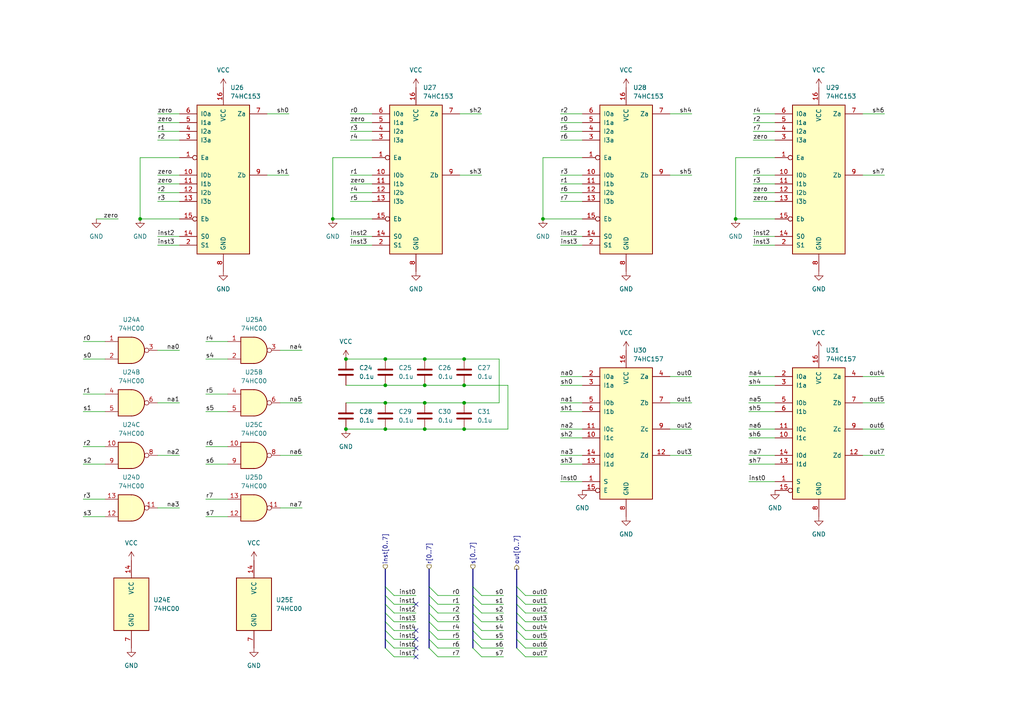
<source format=kicad_sch>
(kicad_sch (version 20211123) (generator eeschema)

  (uuid 3f60e790-798d-42d1-bf21-3a703538486b)

  (paper "A4")

  (lib_symbols
    (symbol "74xx:74LS00" (pin_names (offset 1.016)) (in_bom yes) (on_board yes)
      (property "Reference" "U" (id 0) (at 0 1.27 0)
        (effects (font (size 1.27 1.27)))
      )
      (property "Value" "74LS00" (id 1) (at 0 -1.27 0)
        (effects (font (size 1.27 1.27)))
      )
      (property "Footprint" "" (id 2) (at 0 0 0)
        (effects (font (size 1.27 1.27)) hide)
      )
      (property "Datasheet" "http://www.ti.com/lit/gpn/sn74ls00" (id 3) (at 0 0 0)
        (effects (font (size 1.27 1.27)) hide)
      )
      (property "ki_locked" "" (id 4) (at 0 0 0)
        (effects (font (size 1.27 1.27)))
      )
      (property "ki_keywords" "TTL nand 2-input" (id 5) (at 0 0 0)
        (effects (font (size 1.27 1.27)) hide)
      )
      (property "ki_description" "quad 2-input NAND gate" (id 6) (at 0 0 0)
        (effects (font (size 1.27 1.27)) hide)
      )
      (property "ki_fp_filters" "DIP*W7.62mm* SO14*" (id 7) (at 0 0 0)
        (effects (font (size 1.27 1.27)) hide)
      )
      (symbol "74LS00_1_1"
        (arc (start 0 -3.81) (mid 3.81 0) (end 0 3.81)
          (stroke (width 0.254) (type default) (color 0 0 0 0))
          (fill (type background))
        )
        (polyline
          (pts
            (xy 0 3.81)
            (xy -3.81 3.81)
            (xy -3.81 -3.81)
            (xy 0 -3.81)
          )
          (stroke (width 0.254) (type default) (color 0 0 0 0))
          (fill (type background))
        )
        (pin input line (at -7.62 2.54 0) (length 3.81)
          (name "~" (effects (font (size 1.27 1.27))))
          (number "1" (effects (font (size 1.27 1.27))))
        )
        (pin input line (at -7.62 -2.54 0) (length 3.81)
          (name "~" (effects (font (size 1.27 1.27))))
          (number "2" (effects (font (size 1.27 1.27))))
        )
        (pin output inverted (at 7.62 0 180) (length 3.81)
          (name "~" (effects (font (size 1.27 1.27))))
          (number "3" (effects (font (size 1.27 1.27))))
        )
      )
      (symbol "74LS00_1_2"
        (arc (start -3.81 -3.81) (mid -2.589 0) (end -3.81 3.81)
          (stroke (width 0.254) (type default) (color 0 0 0 0))
          (fill (type none))
        )
        (arc (start -0.6096 -3.81) (mid 2.1855 -2.584) (end 3.81 0)
          (stroke (width 0.254) (type default) (color 0 0 0 0))
          (fill (type background))
        )
        (polyline
          (pts
            (xy -3.81 -3.81)
            (xy -0.635 -3.81)
          )
          (stroke (width 0.254) (type default) (color 0 0 0 0))
          (fill (type background))
        )
        (polyline
          (pts
            (xy -3.81 3.81)
            (xy -0.635 3.81)
          )
          (stroke (width 0.254) (type default) (color 0 0 0 0))
          (fill (type background))
        )
        (polyline
          (pts
            (xy -0.635 3.81)
            (xy -3.81 3.81)
            (xy -3.81 3.81)
            (xy -3.556 3.4036)
            (xy -3.0226 2.2606)
            (xy -2.6924 1.0414)
            (xy -2.6162 -0.254)
            (xy -2.7686 -1.4986)
            (xy -3.175 -2.7178)
            (xy -3.81 -3.81)
            (xy -3.81 -3.81)
            (xy -0.635 -3.81)
          )
          (stroke (width -25.4) (type default) (color 0 0 0 0))
          (fill (type background))
        )
        (arc (start 3.81 0) (mid 2.1928 2.5925) (end -0.6096 3.81)
          (stroke (width 0.254) (type default) (color 0 0 0 0))
          (fill (type background))
        )
        (pin input inverted (at -7.62 2.54 0) (length 4.318)
          (name "~" (effects (font (size 1.27 1.27))))
          (number "1" (effects (font (size 1.27 1.27))))
        )
        (pin input inverted (at -7.62 -2.54 0) (length 4.318)
          (name "~" (effects (font (size 1.27 1.27))))
          (number "2" (effects (font (size 1.27 1.27))))
        )
        (pin output line (at 7.62 0 180) (length 3.81)
          (name "~" (effects (font (size 1.27 1.27))))
          (number "3" (effects (font (size 1.27 1.27))))
        )
      )
      (symbol "74LS00_2_1"
        (arc (start 0 -3.81) (mid 3.81 0) (end 0 3.81)
          (stroke (width 0.254) (type default) (color 0 0 0 0))
          (fill (type background))
        )
        (polyline
          (pts
            (xy 0 3.81)
            (xy -3.81 3.81)
            (xy -3.81 -3.81)
            (xy 0 -3.81)
          )
          (stroke (width 0.254) (type default) (color 0 0 0 0))
          (fill (type background))
        )
        (pin input line (at -7.62 2.54 0) (length 3.81)
          (name "~" (effects (font (size 1.27 1.27))))
          (number "4" (effects (font (size 1.27 1.27))))
        )
        (pin input line (at -7.62 -2.54 0) (length 3.81)
          (name "~" (effects (font (size 1.27 1.27))))
          (number "5" (effects (font (size 1.27 1.27))))
        )
        (pin output inverted (at 7.62 0 180) (length 3.81)
          (name "~" (effects (font (size 1.27 1.27))))
          (number "6" (effects (font (size 1.27 1.27))))
        )
      )
      (symbol "74LS00_2_2"
        (arc (start -3.81 -3.81) (mid -2.589 0) (end -3.81 3.81)
          (stroke (width 0.254) (type default) (color 0 0 0 0))
          (fill (type none))
        )
        (arc (start -0.6096 -3.81) (mid 2.1855 -2.584) (end 3.81 0)
          (stroke (width 0.254) (type default) (color 0 0 0 0))
          (fill (type background))
        )
        (polyline
          (pts
            (xy -3.81 -3.81)
            (xy -0.635 -3.81)
          )
          (stroke (width 0.254) (type default) (color 0 0 0 0))
          (fill (type background))
        )
        (polyline
          (pts
            (xy -3.81 3.81)
            (xy -0.635 3.81)
          )
          (stroke (width 0.254) (type default) (color 0 0 0 0))
          (fill (type background))
        )
        (polyline
          (pts
            (xy -0.635 3.81)
            (xy -3.81 3.81)
            (xy -3.81 3.81)
            (xy -3.556 3.4036)
            (xy -3.0226 2.2606)
            (xy -2.6924 1.0414)
            (xy -2.6162 -0.254)
            (xy -2.7686 -1.4986)
            (xy -3.175 -2.7178)
            (xy -3.81 -3.81)
            (xy -3.81 -3.81)
            (xy -0.635 -3.81)
          )
          (stroke (width -25.4) (type default) (color 0 0 0 0))
          (fill (type background))
        )
        (arc (start 3.81 0) (mid 2.1928 2.5925) (end -0.6096 3.81)
          (stroke (width 0.254) (type default) (color 0 0 0 0))
          (fill (type background))
        )
        (pin input inverted (at -7.62 2.54 0) (length 4.318)
          (name "~" (effects (font (size 1.27 1.27))))
          (number "4" (effects (font (size 1.27 1.27))))
        )
        (pin input inverted (at -7.62 -2.54 0) (length 4.318)
          (name "~" (effects (font (size 1.27 1.27))))
          (number "5" (effects (font (size 1.27 1.27))))
        )
        (pin output line (at 7.62 0 180) (length 3.81)
          (name "~" (effects (font (size 1.27 1.27))))
          (number "6" (effects (font (size 1.27 1.27))))
        )
      )
      (symbol "74LS00_3_1"
        (arc (start 0 -3.81) (mid 3.81 0) (end 0 3.81)
          (stroke (width 0.254) (type default) (color 0 0 0 0))
          (fill (type background))
        )
        (polyline
          (pts
            (xy 0 3.81)
            (xy -3.81 3.81)
            (xy -3.81 -3.81)
            (xy 0 -3.81)
          )
          (stroke (width 0.254) (type default) (color 0 0 0 0))
          (fill (type background))
        )
        (pin input line (at -7.62 -2.54 0) (length 3.81)
          (name "~" (effects (font (size 1.27 1.27))))
          (number "10" (effects (font (size 1.27 1.27))))
        )
        (pin output inverted (at 7.62 0 180) (length 3.81)
          (name "~" (effects (font (size 1.27 1.27))))
          (number "8" (effects (font (size 1.27 1.27))))
        )
        (pin input line (at -7.62 2.54 0) (length 3.81)
          (name "~" (effects (font (size 1.27 1.27))))
          (number "9" (effects (font (size 1.27 1.27))))
        )
      )
      (symbol "74LS00_3_2"
        (arc (start -3.81 -3.81) (mid -2.589 0) (end -3.81 3.81)
          (stroke (width 0.254) (type default) (color 0 0 0 0))
          (fill (type none))
        )
        (arc (start -0.6096 -3.81) (mid 2.1855 -2.584) (end 3.81 0)
          (stroke (width 0.254) (type default) (color 0 0 0 0))
          (fill (type background))
        )
        (polyline
          (pts
            (xy -3.81 -3.81)
            (xy -0.635 -3.81)
          )
          (stroke (width 0.254) (type default) (color 0 0 0 0))
          (fill (type background))
        )
        (polyline
          (pts
            (xy -3.81 3.81)
            (xy -0.635 3.81)
          )
          (stroke (width 0.254) (type default) (color 0 0 0 0))
          (fill (type background))
        )
        (polyline
          (pts
            (xy -0.635 3.81)
            (xy -3.81 3.81)
            (xy -3.81 3.81)
            (xy -3.556 3.4036)
            (xy -3.0226 2.2606)
            (xy -2.6924 1.0414)
            (xy -2.6162 -0.254)
            (xy -2.7686 -1.4986)
            (xy -3.175 -2.7178)
            (xy -3.81 -3.81)
            (xy -3.81 -3.81)
            (xy -0.635 -3.81)
          )
          (stroke (width -25.4) (type default) (color 0 0 0 0))
          (fill (type background))
        )
        (arc (start 3.81 0) (mid 2.1928 2.5925) (end -0.6096 3.81)
          (stroke (width 0.254) (type default) (color 0 0 0 0))
          (fill (type background))
        )
        (pin input inverted (at -7.62 -2.54 0) (length 4.318)
          (name "~" (effects (font (size 1.27 1.27))))
          (number "10" (effects (font (size 1.27 1.27))))
        )
        (pin output line (at 7.62 0 180) (length 3.81)
          (name "~" (effects (font (size 1.27 1.27))))
          (number "8" (effects (font (size 1.27 1.27))))
        )
        (pin input inverted (at -7.62 2.54 0) (length 4.318)
          (name "~" (effects (font (size 1.27 1.27))))
          (number "9" (effects (font (size 1.27 1.27))))
        )
      )
      (symbol "74LS00_4_1"
        (arc (start 0 -3.81) (mid 3.81 0) (end 0 3.81)
          (stroke (width 0.254) (type default) (color 0 0 0 0))
          (fill (type background))
        )
        (polyline
          (pts
            (xy 0 3.81)
            (xy -3.81 3.81)
            (xy -3.81 -3.81)
            (xy 0 -3.81)
          )
          (stroke (width 0.254) (type default) (color 0 0 0 0))
          (fill (type background))
        )
        (pin output inverted (at 7.62 0 180) (length 3.81)
          (name "~" (effects (font (size 1.27 1.27))))
          (number "11" (effects (font (size 1.27 1.27))))
        )
        (pin input line (at -7.62 2.54 0) (length 3.81)
          (name "~" (effects (font (size 1.27 1.27))))
          (number "12" (effects (font (size 1.27 1.27))))
        )
        (pin input line (at -7.62 -2.54 0) (length 3.81)
          (name "~" (effects (font (size 1.27 1.27))))
          (number "13" (effects (font (size 1.27 1.27))))
        )
      )
      (symbol "74LS00_4_2"
        (arc (start -3.81 -3.81) (mid -2.589 0) (end -3.81 3.81)
          (stroke (width 0.254) (type default) (color 0 0 0 0))
          (fill (type none))
        )
        (arc (start -0.6096 -3.81) (mid 2.1855 -2.584) (end 3.81 0)
          (stroke (width 0.254) (type default) (color 0 0 0 0))
          (fill (type background))
        )
        (polyline
          (pts
            (xy -3.81 -3.81)
            (xy -0.635 -3.81)
          )
          (stroke (width 0.254) (type default) (color 0 0 0 0))
          (fill (type background))
        )
        (polyline
          (pts
            (xy -3.81 3.81)
            (xy -0.635 3.81)
          )
          (stroke (width 0.254) (type default) (color 0 0 0 0))
          (fill (type background))
        )
        (polyline
          (pts
            (xy -0.635 3.81)
            (xy -3.81 3.81)
            (xy -3.81 3.81)
            (xy -3.556 3.4036)
            (xy -3.0226 2.2606)
            (xy -2.6924 1.0414)
            (xy -2.6162 -0.254)
            (xy -2.7686 -1.4986)
            (xy -3.175 -2.7178)
            (xy -3.81 -3.81)
            (xy -3.81 -3.81)
            (xy -0.635 -3.81)
          )
          (stroke (width -25.4) (type default) (color 0 0 0 0))
          (fill (type background))
        )
        (arc (start 3.81 0) (mid 2.1928 2.5925) (end -0.6096 3.81)
          (stroke (width 0.254) (type default) (color 0 0 0 0))
          (fill (type background))
        )
        (pin output line (at 7.62 0 180) (length 3.81)
          (name "~" (effects (font (size 1.27 1.27))))
          (number "11" (effects (font (size 1.27 1.27))))
        )
        (pin input inverted (at -7.62 2.54 0) (length 4.318)
          (name "~" (effects (font (size 1.27 1.27))))
          (number "12" (effects (font (size 1.27 1.27))))
        )
        (pin input inverted (at -7.62 -2.54 0) (length 4.318)
          (name "~" (effects (font (size 1.27 1.27))))
          (number "13" (effects (font (size 1.27 1.27))))
        )
      )
      (symbol "74LS00_5_0"
        (pin power_in line (at 0 12.7 270) (length 5.08)
          (name "VCC" (effects (font (size 1.27 1.27))))
          (number "14" (effects (font (size 1.27 1.27))))
        )
        (pin power_in line (at 0 -12.7 90) (length 5.08)
          (name "GND" (effects (font (size 1.27 1.27))))
          (number "7" (effects (font (size 1.27 1.27))))
        )
      )
      (symbol "74LS00_5_1"
        (rectangle (start -5.08 7.62) (end 5.08 -7.62)
          (stroke (width 0.254) (type default) (color 0 0 0 0))
          (fill (type background))
        )
      )
    )
    (symbol "74xx:74LS153" (pin_names (offset 1.016)) (in_bom yes) (on_board yes)
      (property "Reference" "U" (id 0) (at -7.62 21.59 0)
        (effects (font (size 1.27 1.27)))
      )
      (property "Value" "74LS153" (id 1) (at -7.62 -24.13 0)
        (effects (font (size 1.27 1.27)))
      )
      (property "Footprint" "" (id 2) (at 0 0 0)
        (effects (font (size 1.27 1.27)) hide)
      )
      (property "Datasheet" "http://www.ti.com/lit/gpn/sn74LS153" (id 3) (at 0 0 0)
        (effects (font (size 1.27 1.27)) hide)
      )
      (property "ki_locked" "" (id 4) (at 0 0 0)
        (effects (font (size 1.27 1.27)))
      )
      (property "ki_keywords" "TTL Mux4" (id 5) (at 0 0 0)
        (effects (font (size 1.27 1.27)) hide)
      )
      (property "ki_description" "Dual Multiplexer 4 to 1" (id 6) (at 0 0 0)
        (effects (font (size 1.27 1.27)) hide)
      )
      (property "ki_fp_filters" "DIP?16*" (id 7) (at 0 0 0)
        (effects (font (size 1.27 1.27)) hide)
      )
      (symbol "74LS153_1_0"
        (pin input inverted (at -12.7 5.08 0) (length 5.08)
          (name "Ea" (effects (font (size 1.27 1.27))))
          (number "1" (effects (font (size 1.27 1.27))))
        )
        (pin input line (at -12.7 0 0) (length 5.08)
          (name "I0b" (effects (font (size 1.27 1.27))))
          (number "10" (effects (font (size 1.27 1.27))))
        )
        (pin input line (at -12.7 -2.54 0) (length 5.08)
          (name "I1b" (effects (font (size 1.27 1.27))))
          (number "11" (effects (font (size 1.27 1.27))))
        )
        (pin input line (at -12.7 -5.08 0) (length 5.08)
          (name "I2b" (effects (font (size 1.27 1.27))))
          (number "12" (effects (font (size 1.27 1.27))))
        )
        (pin input line (at -12.7 -7.62 0) (length 5.08)
          (name "I3b" (effects (font (size 1.27 1.27))))
          (number "13" (effects (font (size 1.27 1.27))))
        )
        (pin input line (at -12.7 -17.78 0) (length 5.08)
          (name "S0" (effects (font (size 1.27 1.27))))
          (number "14" (effects (font (size 1.27 1.27))))
        )
        (pin input inverted (at -12.7 -12.7 0) (length 5.08)
          (name "Eb" (effects (font (size 1.27 1.27))))
          (number "15" (effects (font (size 1.27 1.27))))
        )
        (pin power_in line (at 0 25.4 270) (length 5.08)
          (name "VCC" (effects (font (size 1.27 1.27))))
          (number "16" (effects (font (size 1.27 1.27))))
        )
        (pin input line (at -12.7 -20.32 0) (length 5.08)
          (name "S1" (effects (font (size 1.27 1.27))))
          (number "2" (effects (font (size 1.27 1.27))))
        )
        (pin input line (at -12.7 10.16 0) (length 5.08)
          (name "I3a" (effects (font (size 1.27 1.27))))
          (number "3" (effects (font (size 1.27 1.27))))
        )
        (pin input line (at -12.7 12.7 0) (length 5.08)
          (name "I2a" (effects (font (size 1.27 1.27))))
          (number "4" (effects (font (size 1.27 1.27))))
        )
        (pin input line (at -12.7 15.24 0) (length 5.08)
          (name "I1a" (effects (font (size 1.27 1.27))))
          (number "5" (effects (font (size 1.27 1.27))))
        )
        (pin input line (at -12.7 17.78 0) (length 5.08)
          (name "I0a" (effects (font (size 1.27 1.27))))
          (number "6" (effects (font (size 1.27 1.27))))
        )
        (pin output line (at 12.7 17.78 180) (length 5.08)
          (name "Za" (effects (font (size 1.27 1.27))))
          (number "7" (effects (font (size 1.27 1.27))))
        )
        (pin power_in line (at 0 -27.94 90) (length 5.08)
          (name "GND" (effects (font (size 1.27 1.27))))
          (number "8" (effects (font (size 1.27 1.27))))
        )
        (pin output line (at 12.7 0 180) (length 5.08)
          (name "Zb" (effects (font (size 1.27 1.27))))
          (number "9" (effects (font (size 1.27 1.27))))
        )
      )
      (symbol "74LS153_1_1"
        (rectangle (start -7.62 20.32) (end 7.62 -22.86)
          (stroke (width 0.254) (type default) (color 0 0 0 0))
          (fill (type background))
        )
      )
    )
    (symbol "74xx:74LS157" (pin_names (offset 1.016)) (in_bom yes) (on_board yes)
      (property "Reference" "U" (id 0) (at -7.62 19.05 0)
        (effects (font (size 1.27 1.27)))
      )
      (property "Value" "74LS157" (id 1) (at -7.62 -21.59 0)
        (effects (font (size 1.27 1.27)))
      )
      (property "Footprint" "" (id 2) (at 0 0 0)
        (effects (font (size 1.27 1.27)) hide)
      )
      (property "Datasheet" "http://www.ti.com/lit/gpn/sn74LS157" (id 3) (at 0 0 0)
        (effects (font (size 1.27 1.27)) hide)
      )
      (property "ki_locked" "" (id 4) (at 0 0 0)
        (effects (font (size 1.27 1.27)))
      )
      (property "ki_keywords" "TTL MUX MUX2" (id 5) (at 0 0 0)
        (effects (font (size 1.27 1.27)) hide)
      )
      (property "ki_description" "Quad 2 to 1 line Multiplexer" (id 6) (at 0 0 0)
        (effects (font (size 1.27 1.27)) hide)
      )
      (property "ki_fp_filters" "DIP?16*" (id 7) (at 0 0 0)
        (effects (font (size 1.27 1.27)) hide)
      )
      (symbol "74LS157_1_0"
        (pin input line (at -12.7 -15.24 0) (length 5.08)
          (name "S" (effects (font (size 1.27 1.27))))
          (number "1" (effects (font (size 1.27 1.27))))
        )
        (pin input line (at -12.7 -2.54 0) (length 5.08)
          (name "I1c" (effects (font (size 1.27 1.27))))
          (number "10" (effects (font (size 1.27 1.27))))
        )
        (pin input line (at -12.7 0 0) (length 5.08)
          (name "I0c" (effects (font (size 1.27 1.27))))
          (number "11" (effects (font (size 1.27 1.27))))
        )
        (pin output line (at 12.7 -7.62 180) (length 5.08)
          (name "Zd" (effects (font (size 1.27 1.27))))
          (number "12" (effects (font (size 1.27 1.27))))
        )
        (pin input line (at -12.7 -10.16 0) (length 5.08)
          (name "I1d" (effects (font (size 1.27 1.27))))
          (number "13" (effects (font (size 1.27 1.27))))
        )
        (pin input line (at -12.7 -7.62 0) (length 5.08)
          (name "I0d" (effects (font (size 1.27 1.27))))
          (number "14" (effects (font (size 1.27 1.27))))
        )
        (pin input inverted (at -12.7 -17.78 0) (length 5.08)
          (name "E" (effects (font (size 1.27 1.27))))
          (number "15" (effects (font (size 1.27 1.27))))
        )
        (pin power_in line (at 0 22.86 270) (length 5.08)
          (name "VCC" (effects (font (size 1.27 1.27))))
          (number "16" (effects (font (size 1.27 1.27))))
        )
        (pin input line (at -12.7 15.24 0) (length 5.08)
          (name "I0a" (effects (font (size 1.27 1.27))))
          (number "2" (effects (font (size 1.27 1.27))))
        )
        (pin input line (at -12.7 12.7 0) (length 5.08)
          (name "I1a" (effects (font (size 1.27 1.27))))
          (number "3" (effects (font (size 1.27 1.27))))
        )
        (pin output line (at 12.7 15.24 180) (length 5.08)
          (name "Za" (effects (font (size 1.27 1.27))))
          (number "4" (effects (font (size 1.27 1.27))))
        )
        (pin input line (at -12.7 7.62 0) (length 5.08)
          (name "I0b" (effects (font (size 1.27 1.27))))
          (number "5" (effects (font (size 1.27 1.27))))
        )
        (pin input line (at -12.7 5.08 0) (length 5.08)
          (name "I1b" (effects (font (size 1.27 1.27))))
          (number "6" (effects (font (size 1.27 1.27))))
        )
        (pin output line (at 12.7 7.62 180) (length 5.08)
          (name "Zb" (effects (font (size 1.27 1.27))))
          (number "7" (effects (font (size 1.27 1.27))))
        )
        (pin power_in line (at 0 -25.4 90) (length 5.08)
          (name "GND" (effects (font (size 1.27 1.27))))
          (number "8" (effects (font (size 1.27 1.27))))
        )
        (pin output line (at 12.7 0 180) (length 5.08)
          (name "Zc" (effects (font (size 1.27 1.27))))
          (number "9" (effects (font (size 1.27 1.27))))
        )
      )
      (symbol "74LS157_1_1"
        (rectangle (start -7.62 17.78) (end 7.62 -20.32)
          (stroke (width 0.254) (type default) (color 0 0 0 0))
          (fill (type background))
        )
      )
    )
    (symbol "Device:C" (pin_numbers hide) (pin_names (offset 0.254)) (in_bom yes) (on_board yes)
      (property "Reference" "C" (id 0) (at 0.635 2.54 0)
        (effects (font (size 1.27 1.27)) (justify left))
      )
      (property "Value" "C" (id 1) (at 0.635 -2.54 0)
        (effects (font (size 1.27 1.27)) (justify left))
      )
      (property "Footprint" "" (id 2) (at 0.9652 -3.81 0)
        (effects (font (size 1.27 1.27)) hide)
      )
      (property "Datasheet" "~" (id 3) (at 0 0 0)
        (effects (font (size 1.27 1.27)) hide)
      )
      (property "ki_keywords" "cap capacitor" (id 4) (at 0 0 0)
        (effects (font (size 1.27 1.27)) hide)
      )
      (property "ki_description" "Unpolarized capacitor" (id 5) (at 0 0 0)
        (effects (font (size 1.27 1.27)) hide)
      )
      (property "ki_fp_filters" "C_*" (id 6) (at 0 0 0)
        (effects (font (size 1.27 1.27)) hide)
      )
      (symbol "C_0_1"
        (polyline
          (pts
            (xy -2.032 -0.762)
            (xy 2.032 -0.762)
          )
          (stroke (width 0.508) (type default) (color 0 0 0 0))
          (fill (type none))
        )
        (polyline
          (pts
            (xy -2.032 0.762)
            (xy 2.032 0.762)
          )
          (stroke (width 0.508) (type default) (color 0 0 0 0))
          (fill (type none))
        )
      )
      (symbol "C_1_1"
        (pin passive line (at 0 3.81 270) (length 2.794)
          (name "~" (effects (font (size 1.27 1.27))))
          (number "1" (effects (font (size 1.27 1.27))))
        )
        (pin passive line (at 0 -3.81 90) (length 2.794)
          (name "~" (effects (font (size 1.27 1.27))))
          (number "2" (effects (font (size 1.27 1.27))))
        )
      )
    )
    (symbol "power:GND" (power) (pin_names (offset 0)) (in_bom yes) (on_board yes)
      (property "Reference" "#PWR" (id 0) (at 0 -6.35 0)
        (effects (font (size 1.27 1.27)) hide)
      )
      (property "Value" "GND" (id 1) (at 0 -3.81 0)
        (effects (font (size 1.27 1.27)))
      )
      (property "Footprint" "" (id 2) (at 0 0 0)
        (effects (font (size 1.27 1.27)) hide)
      )
      (property "Datasheet" "" (id 3) (at 0 0 0)
        (effects (font (size 1.27 1.27)) hide)
      )
      (property "ki_keywords" "power-flag" (id 4) (at 0 0 0)
        (effects (font (size 1.27 1.27)) hide)
      )
      (property "ki_description" "Power symbol creates a global label with name \"GND\" , ground" (id 5) (at 0 0 0)
        (effects (font (size 1.27 1.27)) hide)
      )
      (symbol "GND_0_1"
        (polyline
          (pts
            (xy 0 0)
            (xy 0 -1.27)
            (xy 1.27 -1.27)
            (xy 0 -2.54)
            (xy -1.27 -1.27)
            (xy 0 -1.27)
          )
          (stroke (width 0) (type default) (color 0 0 0 0))
          (fill (type none))
        )
      )
      (symbol "GND_1_1"
        (pin power_in line (at 0 0 270) (length 0) hide
          (name "GND" (effects (font (size 1.27 1.27))))
          (number "1" (effects (font (size 1.27 1.27))))
        )
      )
    )
    (symbol "power:VCC" (power) (pin_names (offset 0)) (in_bom yes) (on_board yes)
      (property "Reference" "#PWR" (id 0) (at 0 -3.81 0)
        (effects (font (size 1.27 1.27)) hide)
      )
      (property "Value" "VCC" (id 1) (at 0 3.81 0)
        (effects (font (size 1.27 1.27)))
      )
      (property "Footprint" "" (id 2) (at 0 0 0)
        (effects (font (size 1.27 1.27)) hide)
      )
      (property "Datasheet" "" (id 3) (at 0 0 0)
        (effects (font (size 1.27 1.27)) hide)
      )
      (property "ki_keywords" "power-flag" (id 4) (at 0 0 0)
        (effects (font (size 1.27 1.27)) hide)
      )
      (property "ki_description" "Power symbol creates a global label with name \"VCC\"" (id 5) (at 0 0 0)
        (effects (font (size 1.27 1.27)) hide)
      )
      (symbol "VCC_0_1"
        (polyline
          (pts
            (xy -0.762 1.27)
            (xy 0 2.54)
          )
          (stroke (width 0) (type default) (color 0 0 0 0))
          (fill (type none))
        )
        (polyline
          (pts
            (xy 0 0)
            (xy 0 2.54)
          )
          (stroke (width 0) (type default) (color 0 0 0 0))
          (fill (type none))
        )
        (polyline
          (pts
            (xy 0 2.54)
            (xy 0.762 1.27)
          )
          (stroke (width 0) (type default) (color 0 0 0 0))
          (fill (type none))
        )
      )
      (symbol "VCC_1_1"
        (pin power_in line (at 0 0 90) (length 0) hide
          (name "VCC" (effects (font (size 1.27 1.27))))
          (number "1" (effects (font (size 1.27 1.27))))
        )
      )
    )
  )


  (junction (at 134.62 124.46) (diameter 0) (color 0 0 0 0)
    (uuid 0c378c19-7f1c-487b-a591-599d10b74ce1)
  )
  (junction (at 96.52 63.5) (diameter 0) (color 0 0 0 0)
    (uuid 139c19fd-0529-4357-b45d-a311516727e6)
  )
  (junction (at 100.33 104.14) (diameter 0) (color 0 0 0 0)
    (uuid 28269cf8-1ec0-44e6-ae84-383549e5595e)
  )
  (junction (at 40.64 63.5) (diameter 0) (color 0 0 0 0)
    (uuid 4e572c1e-3186-4c41-b9ba-8cbc1fecbff4)
  )
  (junction (at 134.62 111.76) (diameter 0) (color 0 0 0 0)
    (uuid 54149d83-78e1-4983-92e3-34f9914c334a)
  )
  (junction (at 213.36 63.5) (diameter 0) (color 0 0 0 0)
    (uuid 6c624660-24b9-4030-b99b-752b7d942743)
  )
  (junction (at 123.19 116.84) (diameter 0) (color 0 0 0 0)
    (uuid 77d41783-7382-40ff-8106-1129461aa223)
  )
  (junction (at 111.76 104.14) (diameter 0) (color 0 0 0 0)
    (uuid 81563922-2fb2-4231-b305-6931a318025b)
  )
  (junction (at 134.62 116.84) (diameter 0) (color 0 0 0 0)
    (uuid 8a6b79e9-2ec6-4006-a69e-d08a9d7acc24)
  )
  (junction (at 100.33 124.46) (diameter 0) (color 0 0 0 0)
    (uuid 9a93713b-e71d-4bef-a829-394d17beba17)
  )
  (junction (at 123.19 111.76) (diameter 0) (color 0 0 0 0)
    (uuid 9f87e102-92da-4ea7-a128-8148e6e355a4)
  )
  (junction (at 111.76 116.84) (diameter 0) (color 0 0 0 0)
    (uuid a00efc43-ede5-4000-8144-903d7ce9b7c1)
  )
  (junction (at 111.76 124.46) (diameter 0) (color 0 0 0 0)
    (uuid c34768dd-3b88-49cd-8499-44e86248949c)
  )
  (junction (at 123.19 124.46) (diameter 0) (color 0 0 0 0)
    (uuid d0212e33-e1f6-4789-9930-58f9d8c1aaaa)
  )
  (junction (at 111.76 111.76) (diameter 0) (color 0 0 0 0)
    (uuid de576f56-11ac-415b-ad6c-9435023befb7)
  )
  (junction (at 157.48 63.5) (diameter 0) (color 0 0 0 0)
    (uuid e0ab0688-8b78-4d2f-a6ec-b895259ce797)
  )
  (junction (at 134.62 104.14) (diameter 0) (color 0 0 0 0)
    (uuid e72986fe-e3a9-412e-a423-58b2fce53118)
  )
  (junction (at 123.19 104.14) (diameter 0) (color 0 0 0 0)
    (uuid edee05d8-5bee-4a38-a300-9a7b8ba7b141)
  )

  (no_connect (at 120.65 175.26) (uuid 01fbe7e1-909d-4e1a-8013-ce2f3a3cad22))
  (no_connect (at 120.65 182.88) (uuid 1fb3d3c7-a819-4041-9793-306808b1d53c))
  (no_connect (at 120.65 190.5) (uuid 651f2e96-15c4-460b-9477-05d6540ddbdd))
  (no_connect (at 120.65 187.96) (uuid aed45127-fc56-4a25-9a2f-e9e39d9b4496))
  (no_connect (at 120.65 185.42) (uuid c76896a3-5534-4442-bd59-6063986556a6))

  (bus_entry (at 137.16 177.8) (size 2.54 2.54)
    (stroke (width 0) (type default) (color 0 0 0 0))
    (uuid 05b482d6-dbe2-410c-9dca-01d87f080f50)
  )
  (bus_entry (at 137.16 180.34) (size 2.54 2.54)
    (stroke (width 0) (type default) (color 0 0 0 0))
    (uuid 091e9cd7-cb89-4f77-81e3-fc287bf5b249)
  )
  (bus_entry (at 111.76 180.34) (size 2.54 2.54)
    (stroke (width 0) (type default) (color 0 0 0 0))
    (uuid 0c812b05-44c9-42f2-9873-690f3280a0bf)
  )
  (bus_entry (at 111.76 187.96) (size 2.54 2.54)
    (stroke (width 0) (type default) (color 0 0 0 0))
    (uuid 16d66fe1-c073-4ca3-87fc-14c0f5b55045)
  )
  (bus_entry (at 124.46 185.42) (size 2.54 2.54)
    (stroke (width 0) (type default) (color 0 0 0 0))
    (uuid 1fc99f98-9238-475e-8295-754eb3e6d0b5)
  )
  (bus_entry (at 149.86 175.26) (size 2.54 2.54)
    (stroke (width 0) (type default) (color 0 0 0 0))
    (uuid 202f67c7-cb90-44a4-a191-088e6da55d5f)
  )
  (bus_entry (at 124.46 187.96) (size 2.54 2.54)
    (stroke (width 0) (type default) (color 0 0 0 0))
    (uuid 2e8ce551-478d-4094-9873-8fcbe1e39d8a)
  )
  (bus_entry (at 111.76 170.18) (size 2.54 2.54)
    (stroke (width 0) (type default) (color 0 0 0 0))
    (uuid 32b927de-f70c-4b1e-bd3a-4214a5e27e89)
  )
  (bus_entry (at 137.16 170.18) (size 2.54 2.54)
    (stroke (width 0) (type default) (color 0 0 0 0))
    (uuid 3333c4fd-92af-4e24-ad7d-8cd0aaeb23a4)
  )
  (bus_entry (at 124.46 170.18) (size 2.54 2.54)
    (stroke (width 0) (type default) (color 0 0 0 0))
    (uuid 3c28c0aa-f44c-4ef2-9d53-9df24b1bca72)
  )
  (bus_entry (at 124.46 180.34) (size 2.54 2.54)
    (stroke (width 0) (type default) (color 0 0 0 0))
    (uuid 3ca080e8-33b1-46bb-99c1-c13c726d06de)
  )
  (bus_entry (at 137.16 182.88) (size 2.54 2.54)
    (stroke (width 0) (type default) (color 0 0 0 0))
    (uuid 408d3bb7-e58d-497d-addb-39958acf4d96)
  )
  (bus_entry (at 111.76 175.26) (size 2.54 2.54)
    (stroke (width 0) (type default) (color 0 0 0 0))
    (uuid 546a39a2-88fc-4195-927e-d6c0b7cb0e7e)
  )
  (bus_entry (at 149.86 172.72) (size 2.54 2.54)
    (stroke (width 0) (type default) (color 0 0 0 0))
    (uuid 5f419785-5563-4b9e-a984-21931b7b89b8)
  )
  (bus_entry (at 137.16 172.72) (size 2.54 2.54)
    (stroke (width 0) (type default) (color 0 0 0 0))
    (uuid 60921ba2-f60e-4cc0-b0a2-c192881158f1)
  )
  (bus_entry (at 111.76 172.72) (size 2.54 2.54)
    (stroke (width 0) (type default) (color 0 0 0 0))
    (uuid 619dc1d6-9a3c-447c-90cb-60d522ffbc0c)
  )
  (bus_entry (at 149.86 180.34) (size 2.54 2.54)
    (stroke (width 0) (type default) (color 0 0 0 0))
    (uuid 690c0b39-328d-4d27-86ee-dae78dd9ae31)
  )
  (bus_entry (at 149.86 177.8) (size 2.54 2.54)
    (stroke (width 0) (type default) (color 0 0 0 0))
    (uuid 6aff4ff8-9d1d-46a2-8087-86cb0f3e674a)
  )
  (bus_entry (at 149.86 185.42) (size 2.54 2.54)
    (stroke (width 0) (type default) (color 0 0 0 0))
    (uuid 6cef84ab-aa1e-402b-804e-c559e08392e2)
  )
  (bus_entry (at 124.46 172.72) (size 2.54 2.54)
    (stroke (width 0) (type default) (color 0 0 0 0))
    (uuid 7e4d814e-7c34-49d2-9470-da5b3579ab3a)
  )
  (bus_entry (at 111.76 185.42) (size 2.54 2.54)
    (stroke (width 0) (type default) (color 0 0 0 0))
    (uuid 935a7623-3640-41f8-b5b8-d85fb1e1bba4)
  )
  (bus_entry (at 149.86 182.88) (size 2.54 2.54)
    (stroke (width 0) (type default) (color 0 0 0 0))
    (uuid 9f25b27d-27b6-4243-a106-407ebc5578ce)
  )
  (bus_entry (at 137.16 187.96) (size 2.54 2.54)
    (stroke (width 0) (type default) (color 0 0 0 0))
    (uuid a30db539-6406-4b47-806b-3f8eabf3648e)
  )
  (bus_entry (at 111.76 177.8) (size 2.54 2.54)
    (stroke (width 0) (type default) (color 0 0 0 0))
    (uuid a3f4045f-2c41-4db8-8492-18dc27f8cff3)
  )
  (bus_entry (at 124.46 182.88) (size 2.54 2.54)
    (stroke (width 0) (type default) (color 0 0 0 0))
    (uuid ad57a092-d5e3-4757-ade2-1fffdb9c9d45)
  )
  (bus_entry (at 124.46 175.26) (size 2.54 2.54)
    (stroke (width 0) (type default) (color 0 0 0 0))
    (uuid b44656b6-a0eb-4ec2-a709-fe2cc344d565)
  )
  (bus_entry (at 137.16 185.42) (size 2.54 2.54)
    (stroke (width 0) (type default) (color 0 0 0 0))
    (uuid d4835ae1-3b80-4492-8dc8-145875659fd7)
  )
  (bus_entry (at 149.86 187.96) (size 2.54 2.54)
    (stroke (width 0) (type default) (color 0 0 0 0))
    (uuid e28f6a9b-42b0-4ba6-99f7-476b3aedf9a2)
  )
  (bus_entry (at 124.46 177.8) (size 2.54 2.54)
    (stroke (width 0) (type default) (color 0 0 0 0))
    (uuid ea585c43-196f-4e72-b3a2-93357787f6a3)
  )
  (bus_entry (at 137.16 175.26) (size 2.54 2.54)
    (stroke (width 0) (type default) (color 0 0 0 0))
    (uuid eeb8b033-e7a4-4569-a8dc-f933c026fe18)
  )
  (bus_entry (at 149.86 170.18) (size 2.54 2.54)
    (stroke (width 0) (type default) (color 0 0 0 0))
    (uuid efa9d922-d6f8-40e3-9f5f-598d5e05eac1)
  )
  (bus_entry (at 111.76 182.88) (size 2.54 2.54)
    (stroke (width 0) (type default) (color 0 0 0 0))
    (uuid fdf8a2ae-5a26-4e6f-be04-ef558dc6c8fa)
  )

  (bus (pts (xy 137.16 180.34) (xy 137.16 182.88))
    (stroke (width 0) (type default) (color 0 0 0 0))
    (uuid 0062e5e2-5f46-4278-a8da-b0f1bcb40c76)
  )

  (wire (pts (xy 162.56 134.62) (xy 168.91 134.62))
    (stroke (width 0) (type default) (color 0 0 0 0))
    (uuid 01d48bbe-6267-49b7-a266-d743330645cd)
  )
  (bus (pts (xy 149.86 177.8) (xy 149.86 180.34))
    (stroke (width 0) (type default) (color 0 0 0 0))
    (uuid 0396e6ca-c185-4aec-be80-851e2b286447)
  )

  (wire (pts (xy 100.33 111.76) (xy 111.76 111.76))
    (stroke (width 0) (type default) (color 0 0 0 0))
    (uuid 04203ddc-f5c7-4eae-a138-75b57fe907af)
  )
  (bus (pts (xy 124.46 185.42) (xy 124.46 187.96))
    (stroke (width 0) (type default) (color 0 0 0 0))
    (uuid 052c63bf-7697-4494-b50c-921d9ce73ed4)
  )

  (wire (pts (xy 162.56 116.84) (xy 168.91 116.84))
    (stroke (width 0) (type default) (color 0 0 0 0))
    (uuid 063b29a7-64b4-4901-8068-4852c6fc9521)
  )
  (wire (pts (xy 45.72 50.8) (xy 52.07 50.8))
    (stroke (width 0) (type default) (color 0 0 0 0))
    (uuid 07bb2130-6857-4966-9294-a529178890dc)
  )
  (bus (pts (xy 137.16 182.88) (xy 137.16 185.42))
    (stroke (width 0) (type default) (color 0 0 0 0))
    (uuid 0851c731-a8f3-4f83-9438-f3bb0733c1b7)
  )
  (bus (pts (xy 149.86 185.42) (xy 149.86 187.96))
    (stroke (width 0) (type default) (color 0 0 0 0))
    (uuid 088bad43-a334-49e6-a3d1-c587ae430d40)
  )

  (wire (pts (xy 133.35 50.8) (xy 139.7 50.8))
    (stroke (width 0) (type default) (color 0 0 0 0))
    (uuid 094f68fd-e1ee-4461-9a70-22beed2e35f4)
  )
  (wire (pts (xy 139.7 182.88) (xy 146.05 182.88))
    (stroke (width 0) (type default) (color 0 0 0 0))
    (uuid 0bc85bc0-e577-4ef0-877d-4648e25c2577)
  )
  (bus (pts (xy 124.46 165.1) (xy 124.46 170.18))
    (stroke (width 0) (type default) (color 0 0 0 0))
    (uuid 0cb28cb2-0683-412a-b2cd-757e5b437d33)
  )

  (wire (pts (xy 139.7 180.34) (xy 146.05 180.34))
    (stroke (width 0) (type default) (color 0 0 0 0))
    (uuid 0d9384a1-0c88-4bbc-9ff1-974648714624)
  )
  (wire (pts (xy 101.6 38.1) (xy 107.95 38.1))
    (stroke (width 0) (type default) (color 0 0 0 0))
    (uuid 0f84a33e-3c31-4534-868a-d8a225eeb479)
  )
  (wire (pts (xy 162.56 132.08) (xy 168.91 132.08))
    (stroke (width 0) (type default) (color 0 0 0 0))
    (uuid 0f9318e1-adf6-4079-82b3-a7b14eae5c6b)
  )
  (bus (pts (xy 149.86 175.26) (xy 149.86 177.8))
    (stroke (width 0) (type default) (color 0 0 0 0))
    (uuid 10ec8d66-1e60-4cf1-aed5-5ffdc04da9e7)
  )

  (wire (pts (xy 101.6 40.64) (xy 107.95 40.64))
    (stroke (width 0) (type default) (color 0 0 0 0))
    (uuid 168a3146-ccfc-4e6d-b914-eb10c9d88131)
  )
  (wire (pts (xy 45.72 71.12) (xy 52.07 71.12))
    (stroke (width 0) (type default) (color 0 0 0 0))
    (uuid 18817b25-7cd5-438e-a98f-22620299e210)
  )
  (wire (pts (xy 45.72 38.1) (xy 52.07 38.1))
    (stroke (width 0) (type default) (color 0 0 0 0))
    (uuid 1a4e619d-80df-4a3c-a8a5-cb91f060592a)
  )
  (wire (pts (xy 217.17 109.22) (xy 224.79 109.22))
    (stroke (width 0) (type default) (color 0 0 0 0))
    (uuid 1b93d783-3b1f-49f1-be7b-1d3e37e7be3b)
  )
  (wire (pts (xy 139.7 185.42) (xy 146.05 185.42))
    (stroke (width 0) (type default) (color 0 0 0 0))
    (uuid 1c83d536-8d59-4805-b12f-06636419c7d0)
  )
  (bus (pts (xy 111.76 165.1) (xy 111.76 170.18))
    (stroke (width 0) (type default) (color 0 0 0 0))
    (uuid 1efa5c62-7eda-4d42-8d24-fcb7ca30d856)
  )

  (wire (pts (xy 59.69 134.62) (xy 66.04 134.62))
    (stroke (width 0) (type default) (color 0 0 0 0))
    (uuid 2300e124-e246-4efc-9dad-0e93be584597)
  )
  (wire (pts (xy 111.76 124.46) (xy 123.19 124.46))
    (stroke (width 0) (type default) (color 0 0 0 0))
    (uuid 254d8a76-715e-48f5-99c3-33769e76cd9a)
  )
  (wire (pts (xy 194.31 109.22) (xy 200.66 109.22))
    (stroke (width 0) (type default) (color 0 0 0 0))
    (uuid 26364b8f-4a78-406f-a912-df0bbac0834c)
  )
  (wire (pts (xy 152.4 190.5) (xy 158.75 190.5))
    (stroke (width 0) (type default) (color 0 0 0 0))
    (uuid 27a4aa64-7a74-4e33-868a-2da916ca162a)
  )
  (bus (pts (xy 124.46 182.88) (xy 124.46 185.42))
    (stroke (width 0) (type default) (color 0 0 0 0))
    (uuid 28c23b13-99b7-466f-b8c5-96a2e5bf0b46)
  )

  (wire (pts (xy 127 172.72) (xy 133.35 172.72))
    (stroke (width 0) (type default) (color 0 0 0 0))
    (uuid 291e2f1e-ddc4-4ac1-8451-c60df3942c27)
  )
  (wire (pts (xy 24.13 114.3) (xy 30.48 114.3))
    (stroke (width 0) (type default) (color 0 0 0 0))
    (uuid 2a2a33a3-372b-470b-8aaa-9be8c727bc29)
  )
  (wire (pts (xy 45.72 101.6) (xy 52.07 101.6))
    (stroke (width 0) (type default) (color 0 0 0 0))
    (uuid 2adfa148-19cc-42eb-ab6f-90bcb38522c8)
  )
  (wire (pts (xy 45.72 40.64) (xy 52.07 40.64))
    (stroke (width 0) (type default) (color 0 0 0 0))
    (uuid 2e6517d8-65a9-417f-94b3-7bd821f73ea8)
  )
  (wire (pts (xy 218.44 68.58) (xy 224.79 68.58))
    (stroke (width 0) (type default) (color 0 0 0 0))
    (uuid 30012cf8-cf4a-4641-a0d1-b3598400da15)
  )
  (wire (pts (xy 217.17 111.76) (xy 224.79 111.76))
    (stroke (width 0) (type default) (color 0 0 0 0))
    (uuid 319adf53-a6ef-4837-b4c1-e686b03cd878)
  )
  (wire (pts (xy 139.7 187.96) (xy 146.05 187.96))
    (stroke (width 0) (type default) (color 0 0 0 0))
    (uuid 320d879a-5f93-4017-93de-af46f2bf14b0)
  )
  (wire (pts (xy 162.56 55.88) (xy 168.91 55.88))
    (stroke (width 0) (type default) (color 0 0 0 0))
    (uuid 328c573b-2490-4304-8ab5-d1440e30e7f9)
  )
  (wire (pts (xy 217.17 116.84) (xy 224.79 116.84))
    (stroke (width 0) (type default) (color 0 0 0 0))
    (uuid 32b5f667-27fd-4dc0-a652-e5c24643a704)
  )
  (wire (pts (xy 81.28 132.08) (xy 87.63 132.08))
    (stroke (width 0) (type default) (color 0 0 0 0))
    (uuid 35f73f06-31b2-45b9-bb40-c2add0716667)
  )
  (wire (pts (xy 45.72 132.08) (xy 52.07 132.08))
    (stroke (width 0) (type default) (color 0 0 0 0))
    (uuid 3722325f-633c-4d9e-8df8-fb3309831d64)
  )
  (wire (pts (xy 100.33 104.14) (xy 111.76 104.14))
    (stroke (width 0) (type default) (color 0 0 0 0))
    (uuid 38668d66-2432-4d4d-8763-e3c24d90efa8)
  )
  (wire (pts (xy 114.3 185.42) (xy 120.65 185.42))
    (stroke (width 0) (type default) (color 0 0 0 0))
    (uuid 38b1d1c7-e636-4fd2-81ec-179410acbde3)
  )
  (wire (pts (xy 40.64 63.5) (xy 52.07 63.5))
    (stroke (width 0) (type default) (color 0 0 0 0))
    (uuid 3d02f031-bc8d-4929-aede-d8c02716f546)
  )
  (bus (pts (xy 149.86 165.1) (xy 149.86 170.18))
    (stroke (width 0) (type default) (color 0 0 0 0))
    (uuid 3db87d5c-3549-417f-b0b8-77d0cf2dde5c)
  )
  (bus (pts (xy 111.76 170.18) (xy 111.76 172.72))
    (stroke (width 0) (type default) (color 0 0 0 0))
    (uuid 3fa0fa0e-9cde-4335-8c27-08e326833b3a)
  )

  (wire (pts (xy 45.72 35.56) (xy 52.07 35.56))
    (stroke (width 0) (type default) (color 0 0 0 0))
    (uuid 401fcae8-e8d0-4827-94c0-7c47deaccf07)
  )
  (wire (pts (xy 133.35 33.02) (xy 139.7 33.02))
    (stroke (width 0) (type default) (color 0 0 0 0))
    (uuid 40ad0c9c-b847-4f3a-b52f-dbfd3ebb7478)
  )
  (wire (pts (xy 152.4 172.72) (xy 158.75 172.72))
    (stroke (width 0) (type default) (color 0 0 0 0))
    (uuid 4109f247-8bd3-47ef-829d-39d2aa2c12ed)
  )
  (wire (pts (xy 114.3 172.72) (xy 120.65 172.72))
    (stroke (width 0) (type default) (color 0 0 0 0))
    (uuid 422d5b5e-fd72-404a-9bcc-dea7da8bc83d)
  )
  (wire (pts (xy 152.4 177.8) (xy 158.75 177.8))
    (stroke (width 0) (type default) (color 0 0 0 0))
    (uuid 42bba0e6-9ecd-4d1d-8bff-381749e31822)
  )
  (wire (pts (xy 24.13 129.54) (xy 30.48 129.54))
    (stroke (width 0) (type default) (color 0 0 0 0))
    (uuid 44debe7b-d830-4fa3-abde-a9724daafddb)
  )
  (wire (pts (xy 24.13 149.86) (xy 30.48 149.86))
    (stroke (width 0) (type default) (color 0 0 0 0))
    (uuid 44e1ed71-1324-4b52-a918-25f9dc516af0)
  )
  (wire (pts (xy 81.28 101.6) (xy 87.63 101.6))
    (stroke (width 0) (type default) (color 0 0 0 0))
    (uuid 4567b957-efdd-4595-9111-b51aea3b3675)
  )
  (wire (pts (xy 24.13 119.38) (xy 30.48 119.38))
    (stroke (width 0) (type default) (color 0 0 0 0))
    (uuid 473729ff-276c-445b-8b53-8f4d02185030)
  )
  (wire (pts (xy 147.32 124.46) (xy 134.62 124.46))
    (stroke (width 0) (type default) (color 0 0 0 0))
    (uuid 4859a109-c83c-4749-ab5c-0c85ee2dc0d5)
  )
  (wire (pts (xy 144.78 104.14) (xy 144.78 116.84))
    (stroke (width 0) (type default) (color 0 0 0 0))
    (uuid 4889a9db-d801-419f-99df-81ae16b55b25)
  )
  (wire (pts (xy 152.4 182.88) (xy 158.75 182.88))
    (stroke (width 0) (type default) (color 0 0 0 0))
    (uuid 4a91e2dc-90be-4dbd-a61d-5733dfdafd05)
  )
  (wire (pts (xy 101.6 68.58) (xy 107.95 68.58))
    (stroke (width 0) (type default) (color 0 0 0 0))
    (uuid 4a974b24-ce0a-4be5-802d-a4666fc167d9)
  )
  (wire (pts (xy 59.69 114.3) (xy 66.04 114.3))
    (stroke (width 0) (type default) (color 0 0 0 0))
    (uuid 4eab35c4-f1bc-44f7-b3d1-906dd40d77da)
  )
  (wire (pts (xy 218.44 58.42) (xy 224.79 58.42))
    (stroke (width 0) (type default) (color 0 0 0 0))
    (uuid 4f1a7179-53ce-487c-864f-bc679c1f0d84)
  )
  (wire (pts (xy 139.7 190.5) (xy 146.05 190.5))
    (stroke (width 0) (type default) (color 0 0 0 0))
    (uuid 4f304dc7-b33b-4646-8b87-af4c37acf7f4)
  )
  (wire (pts (xy 101.6 50.8) (xy 107.95 50.8))
    (stroke (width 0) (type default) (color 0 0 0 0))
    (uuid 5058d576-6038-4b29-86a8-3a68903f012e)
  )
  (wire (pts (xy 217.17 139.7) (xy 224.79 139.7))
    (stroke (width 0) (type default) (color 0 0 0 0))
    (uuid 5081af8b-32de-44eb-be06-38083e10cca2)
  )
  (bus (pts (xy 124.46 177.8) (xy 124.46 180.34))
    (stroke (width 0) (type default) (color 0 0 0 0))
    (uuid 50b86599-2cbb-48ee-8a10-526ef85e9626)
  )

  (wire (pts (xy 96.52 45.72) (xy 96.52 63.5))
    (stroke (width 0) (type default) (color 0 0 0 0))
    (uuid 5271f5b6-7a3c-4581-aca4-b435cedbb00e)
  )
  (bus (pts (xy 149.86 172.72) (xy 149.86 175.26))
    (stroke (width 0) (type default) (color 0 0 0 0))
    (uuid 56e7ccd4-d8fb-4ee6-98ce-9014d4abc341)
  )

  (wire (pts (xy 114.3 190.5) (xy 120.65 190.5))
    (stroke (width 0) (type default) (color 0 0 0 0))
    (uuid 5852b402-9710-40c0-b7c8-8e991ab25eea)
  )
  (wire (pts (xy 139.7 172.72) (xy 146.05 172.72))
    (stroke (width 0) (type default) (color 0 0 0 0))
    (uuid 597cee48-b559-498d-afdf-3a16e7c69b06)
  )
  (wire (pts (xy 45.72 68.58) (xy 52.07 68.58))
    (stroke (width 0) (type default) (color 0 0 0 0))
    (uuid 5aaced7a-d35d-42c4-9161-1bde7c825adc)
  )
  (bus (pts (xy 124.46 170.18) (xy 124.46 172.72))
    (stroke (width 0) (type default) (color 0 0 0 0))
    (uuid 5c8312ca-7b33-4616-b92c-d322e4aa1ea8)
  )

  (wire (pts (xy 250.19 132.08) (xy 256.54 132.08))
    (stroke (width 0) (type default) (color 0 0 0 0))
    (uuid 5ec8ce56-3a12-43b5-b459-e1c78df81ee5)
  )
  (wire (pts (xy 144.78 116.84) (xy 134.62 116.84))
    (stroke (width 0) (type default) (color 0 0 0 0))
    (uuid 604505c4-798d-48ea-8f5b-1f1c3683fedf)
  )
  (wire (pts (xy 45.72 53.34) (xy 52.07 53.34))
    (stroke (width 0) (type default) (color 0 0 0 0))
    (uuid 62b555e9-07e7-45a5-a825-e124e4eaa805)
  )
  (wire (pts (xy 194.31 132.08) (xy 200.66 132.08))
    (stroke (width 0) (type default) (color 0 0 0 0))
    (uuid 62b6650b-941a-4b8b-9473-3bba903c41e1)
  )
  (wire (pts (xy 24.13 99.06) (xy 30.48 99.06))
    (stroke (width 0) (type default) (color 0 0 0 0))
    (uuid 6469b25e-f434-4261-aa02-7f06485937ba)
  )
  (wire (pts (xy 123.19 116.84) (xy 134.62 116.84))
    (stroke (width 0) (type default) (color 0 0 0 0))
    (uuid 64ee76fb-3a6f-4fc1-a7df-bdc75745713f)
  )
  (wire (pts (xy 194.31 33.02) (xy 200.66 33.02))
    (stroke (width 0) (type default) (color 0 0 0 0))
    (uuid 6bbb84d7-6ee8-4b53-afbc-325fcedd76aa)
  )
  (wire (pts (xy 59.69 149.86) (xy 66.04 149.86))
    (stroke (width 0) (type default) (color 0 0 0 0))
    (uuid 6c0df733-8b7b-4714-a8fd-954cbf0507b0)
  )
  (wire (pts (xy 127 177.8) (xy 133.35 177.8))
    (stroke (width 0) (type default) (color 0 0 0 0))
    (uuid 6e783d4a-0b87-48da-8e02-8f7db7e1053d)
  )
  (wire (pts (xy 224.79 45.72) (xy 213.36 45.72))
    (stroke (width 0) (type default) (color 0 0 0 0))
    (uuid 713082b9-e95b-4590-bdb1-3ef4307d23f3)
  )
  (wire (pts (xy 250.19 109.22) (xy 256.54 109.22))
    (stroke (width 0) (type default) (color 0 0 0 0))
    (uuid 7305f38f-cab8-4ea2-a76f-42740dc60891)
  )
  (wire (pts (xy 162.56 33.02) (xy 168.91 33.02))
    (stroke (width 0) (type default) (color 0 0 0 0))
    (uuid 74096e12-09f3-4b9e-94f6-b45cfa1006d5)
  )
  (wire (pts (xy 162.56 127) (xy 168.91 127))
    (stroke (width 0) (type default) (color 0 0 0 0))
    (uuid 7672d759-cca1-4754-9a9c-a89bf0308be3)
  )
  (wire (pts (xy 81.28 147.32) (xy 87.63 147.32))
    (stroke (width 0) (type default) (color 0 0 0 0))
    (uuid 7bfcd073-6cd0-44bc-a0a0-dbe4b6515194)
  )
  (wire (pts (xy 59.69 129.54) (xy 66.04 129.54))
    (stroke (width 0) (type default) (color 0 0 0 0))
    (uuid 7c07bf95-82ae-431a-ba65-27161c6b29e4)
  )
  (wire (pts (xy 123.19 124.46) (xy 134.62 124.46))
    (stroke (width 0) (type default) (color 0 0 0 0))
    (uuid 7c1c407f-c0bb-4a32-9e5b-9cff2e3415b8)
  )
  (wire (pts (xy 24.13 104.14) (xy 30.48 104.14))
    (stroke (width 0) (type default) (color 0 0 0 0))
    (uuid 7c62ba13-870f-4396-8834-cdd51ac6235c)
  )
  (wire (pts (xy 162.56 40.64) (xy 168.91 40.64))
    (stroke (width 0) (type default) (color 0 0 0 0))
    (uuid 7df0290c-84b2-47ee-a672-69ef31f81b92)
  )
  (wire (pts (xy 123.19 104.14) (xy 134.62 104.14))
    (stroke (width 0) (type default) (color 0 0 0 0))
    (uuid 7ed6a702-9e70-41a1-a22d-82bfa77f347a)
  )
  (wire (pts (xy 162.56 38.1) (xy 168.91 38.1))
    (stroke (width 0) (type default) (color 0 0 0 0))
    (uuid 7fa55c21-2f1d-40ae-8dae-5bc6aa23db3c)
  )
  (wire (pts (xy 162.56 124.46) (xy 168.91 124.46))
    (stroke (width 0) (type default) (color 0 0 0 0))
    (uuid 804225b2-627b-40ae-b713-1e1c8f0c35bf)
  )
  (wire (pts (xy 77.47 33.02) (xy 83.82 33.02))
    (stroke (width 0) (type default) (color 0 0 0 0))
    (uuid 80e216d2-b0fd-47d1-bf20-5011a54b6c86)
  )
  (bus (pts (xy 149.86 182.88) (xy 149.86 185.42))
    (stroke (width 0) (type default) (color 0 0 0 0))
    (uuid 81440ca1-65e2-4c03-a60d-e6f25e204add)
  )

  (wire (pts (xy 100.33 124.46) (xy 111.76 124.46))
    (stroke (width 0) (type default) (color 0 0 0 0))
    (uuid 821f86fe-4b08-4943-96e4-a3220b99563d)
  )
  (wire (pts (xy 111.76 116.84) (xy 123.19 116.84))
    (stroke (width 0) (type default) (color 0 0 0 0))
    (uuid 82fe7586-dd1a-4b31-b8aa-13599be71498)
  )
  (wire (pts (xy 194.31 124.46) (xy 200.66 124.46))
    (stroke (width 0) (type default) (color 0 0 0 0))
    (uuid 83986c9f-f106-4410-a0e5-39c25a23da68)
  )
  (wire (pts (xy 27.94 63.5) (xy 34.29 63.5))
    (stroke (width 0) (type default) (color 0 0 0 0))
    (uuid 83fb8a0c-3662-4e1f-b95e-4ec65f3f7cfe)
  )
  (wire (pts (xy 45.72 116.84) (xy 52.07 116.84))
    (stroke (width 0) (type default) (color 0 0 0 0))
    (uuid 8476553c-2be9-465a-9480-24a88c80cbfd)
  )
  (bus (pts (xy 111.76 175.26) (xy 111.76 177.8))
    (stroke (width 0) (type default) (color 0 0 0 0))
    (uuid 854f9b2c-92ed-4178-a084-0ba88875ec89)
  )

  (wire (pts (xy 218.44 35.56) (xy 224.79 35.56))
    (stroke (width 0) (type default) (color 0 0 0 0))
    (uuid 8715a77d-8a08-425b-bdeb-3dc892dc1dda)
  )
  (wire (pts (xy 101.6 35.56) (xy 107.95 35.56))
    (stroke (width 0) (type default) (color 0 0 0 0))
    (uuid 88e42669-0984-4c37-b4d1-267ec33a8b05)
  )
  (wire (pts (xy 52.07 45.72) (xy 40.64 45.72))
    (stroke (width 0) (type default) (color 0 0 0 0))
    (uuid 8e72041d-d6af-4393-a8dd-0c7125045f82)
  )
  (wire (pts (xy 139.7 175.26) (xy 146.05 175.26))
    (stroke (width 0) (type default) (color 0 0 0 0))
    (uuid 900c0763-15a3-4555-b489-36f817d32be8)
  )
  (wire (pts (xy 111.76 104.14) (xy 123.19 104.14))
    (stroke (width 0) (type default) (color 0 0 0 0))
    (uuid 91b5da7e-79f2-4c0e-8971-ebcb7512f91c)
  )
  (wire (pts (xy 218.44 40.64) (xy 224.79 40.64))
    (stroke (width 0) (type default) (color 0 0 0 0))
    (uuid 92885953-38c0-4d02-9c79-46a4783e160b)
  )
  (wire (pts (xy 218.44 38.1) (xy 224.79 38.1))
    (stroke (width 0) (type default) (color 0 0 0 0))
    (uuid 930af74d-181b-4d63-a32e-6a54bbbd695e)
  )
  (wire (pts (xy 24.13 144.78) (xy 30.48 144.78))
    (stroke (width 0) (type default) (color 0 0 0 0))
    (uuid 93f52af6-544c-4004-a349-b58ad2da8c73)
  )
  (wire (pts (xy 59.69 144.78) (xy 66.04 144.78))
    (stroke (width 0) (type default) (color 0 0 0 0))
    (uuid 940b8e47-9def-4880-9d73-b9d3d0fc8cd5)
  )
  (wire (pts (xy 101.6 33.02) (xy 107.95 33.02))
    (stroke (width 0) (type default) (color 0 0 0 0))
    (uuid 94b94a6b-518e-4b3b-89c4-013a9c36102f)
  )
  (wire (pts (xy 134.62 104.14) (xy 144.78 104.14))
    (stroke (width 0) (type default) (color 0 0 0 0))
    (uuid 952b80ba-9b57-4305-adb1-89f04e40e05c)
  )
  (bus (pts (xy 137.16 185.42) (xy 137.16 187.96))
    (stroke (width 0) (type default) (color 0 0 0 0))
    (uuid 9a7e2d3b-4295-4b8a-8197-00f712009f74)
  )

  (wire (pts (xy 217.17 132.08) (xy 224.79 132.08))
    (stroke (width 0) (type default) (color 0 0 0 0))
    (uuid 9e7f45bc-9bf8-421f-b99e-bef197ed5691)
  )
  (wire (pts (xy 40.64 45.72) (xy 40.64 63.5))
    (stroke (width 0) (type default) (color 0 0 0 0))
    (uuid 9f025944-cef9-475b-9058-e09669333a28)
  )
  (wire (pts (xy 101.6 53.34) (xy 107.95 53.34))
    (stroke (width 0) (type default) (color 0 0 0 0))
    (uuid a1739eeb-4110-4ad3-a66b-70a1005ef7e5)
  )
  (wire (pts (xy 162.56 35.56) (xy 168.91 35.56))
    (stroke (width 0) (type default) (color 0 0 0 0))
    (uuid a27016f7-68d8-4d02-9788-85d4651627a7)
  )
  (wire (pts (xy 77.47 50.8) (xy 83.82 50.8))
    (stroke (width 0) (type default) (color 0 0 0 0))
    (uuid a316e6bd-65f8-4011-8367-cfb0cd6043f3)
  )
  (wire (pts (xy 123.19 111.76) (xy 134.62 111.76))
    (stroke (width 0) (type default) (color 0 0 0 0))
    (uuid a4973bbf-f436-4854-a2a4-0b0fac4f9c77)
  )
  (bus (pts (xy 149.86 170.18) (xy 149.86 172.72))
    (stroke (width 0) (type default) (color 0 0 0 0))
    (uuid a6bb59a8-e853-470b-a4e6-6d55b879d976)
  )

  (wire (pts (xy 45.72 55.88) (xy 52.07 55.88))
    (stroke (width 0) (type default) (color 0 0 0 0))
    (uuid a77bfcaf-65a2-46dd-9ee6-b8f263877359)
  )
  (wire (pts (xy 59.69 119.38) (xy 66.04 119.38))
    (stroke (width 0) (type default) (color 0 0 0 0))
    (uuid a8758024-b8de-489d-93d2-3797358b63a2)
  )
  (wire (pts (xy 218.44 55.88) (xy 224.79 55.88))
    (stroke (width 0) (type default) (color 0 0 0 0))
    (uuid aa8b0331-b444-4f43-8bc4-4872d6716e0e)
  )
  (wire (pts (xy 152.4 175.26) (xy 158.75 175.26))
    (stroke (width 0) (type default) (color 0 0 0 0))
    (uuid aa9007fb-239a-470e-aeb6-432392b78fd8)
  )
  (wire (pts (xy 152.4 180.34) (xy 158.75 180.34))
    (stroke (width 0) (type default) (color 0 0 0 0))
    (uuid add7678e-6f25-420b-9c9b-0d263682899b)
  )
  (wire (pts (xy 111.76 111.76) (xy 123.19 111.76))
    (stroke (width 0) (type default) (color 0 0 0 0))
    (uuid ae14ad80-cae3-43b5-98a3-c1a40178dae2)
  )
  (wire (pts (xy 157.48 45.72) (xy 157.48 63.5))
    (stroke (width 0) (type default) (color 0 0 0 0))
    (uuid ae886b8f-1933-4a71-908a-682e3d52322d)
  )
  (wire (pts (xy 250.19 50.8) (xy 256.54 50.8))
    (stroke (width 0) (type default) (color 0 0 0 0))
    (uuid aff3a75e-8237-4317-8f2c-fbe6040b13f1)
  )
  (wire (pts (xy 157.48 63.5) (xy 168.91 63.5))
    (stroke (width 0) (type default) (color 0 0 0 0))
    (uuid b01d1ead-87c2-4543-a1e5-bba07f28752e)
  )
  (bus (pts (xy 111.76 177.8) (xy 111.76 180.34))
    (stroke (width 0) (type default) (color 0 0 0 0))
    (uuid b198167d-a450-4c2b-b773-97e73c0ed9e7)
  )

  (wire (pts (xy 127 175.26) (xy 133.35 175.26))
    (stroke (width 0) (type default) (color 0 0 0 0))
    (uuid b2fe5b3d-a88d-4a54-8853-9051dd7b7240)
  )
  (wire (pts (xy 162.56 68.58) (xy 168.91 68.58))
    (stroke (width 0) (type default) (color 0 0 0 0))
    (uuid b42e99b6-6681-43d8-8e61-3f9a1b281003)
  )
  (wire (pts (xy 134.62 111.76) (xy 147.32 111.76))
    (stroke (width 0) (type default) (color 0 0 0 0))
    (uuid b4dd12c5-1799-404a-bc2e-6c4749947b71)
  )
  (wire (pts (xy 127 180.34) (xy 133.35 180.34))
    (stroke (width 0) (type default) (color 0 0 0 0))
    (uuid b60b177e-5e09-456a-a9da-de7bca7d3d12)
  )
  (wire (pts (xy 101.6 55.88) (xy 107.95 55.88))
    (stroke (width 0) (type default) (color 0 0 0 0))
    (uuid b610399e-2b73-4977-b797-7077e514cc84)
  )
  (bus (pts (xy 111.76 172.72) (xy 111.76 175.26))
    (stroke (width 0) (type default) (color 0 0 0 0))
    (uuid b64151e5-de65-4459-a32f-7b0a092799a2)
  )
  (bus (pts (xy 124.46 175.26) (xy 124.46 177.8))
    (stroke (width 0) (type default) (color 0 0 0 0))
    (uuid baaab1d8-48ed-42b6-a371-699a7efbaf7a)
  )

  (wire (pts (xy 147.32 111.76) (xy 147.32 124.46))
    (stroke (width 0) (type default) (color 0 0 0 0))
    (uuid bb052344-9e37-4577-8b79-f4765a96c941)
  )
  (wire (pts (xy 162.56 53.34) (xy 168.91 53.34))
    (stroke (width 0) (type default) (color 0 0 0 0))
    (uuid bc8f5d82-00e1-47ca-8259-480e45663a68)
  )
  (bus (pts (xy 137.16 175.26) (xy 137.16 177.8))
    (stroke (width 0) (type default) (color 0 0 0 0))
    (uuid bcd1b066-6b50-400b-a2bb-5c30a6f4d3ca)
  )

  (wire (pts (xy 152.4 187.96) (xy 158.75 187.96))
    (stroke (width 0) (type default) (color 0 0 0 0))
    (uuid c003b8ba-176a-406e-8629-fc9b5ace16dc)
  )
  (bus (pts (xy 137.16 170.18) (xy 137.16 172.72))
    (stroke (width 0) (type default) (color 0 0 0 0))
    (uuid c403569d-68b1-404b-a470-1cac0683dc0e)
  )

  (wire (pts (xy 250.19 124.46) (xy 256.54 124.46))
    (stroke (width 0) (type default) (color 0 0 0 0))
    (uuid c425d6d2-a946-4a96-9fdc-d52927e954e7)
  )
  (bus (pts (xy 137.16 165.1) (xy 137.16 170.18))
    (stroke (width 0) (type default) (color 0 0 0 0))
    (uuid c47afb80-4505-410f-a711-09adca723ca4)
  )

  (wire (pts (xy 218.44 53.34) (xy 224.79 53.34))
    (stroke (width 0) (type default) (color 0 0 0 0))
    (uuid c52d0b74-26ea-489e-b1b5-6b4aab4fa766)
  )
  (wire (pts (xy 100.33 116.84) (xy 111.76 116.84))
    (stroke (width 0) (type default) (color 0 0 0 0))
    (uuid c74ec9a6-860d-4982-9cfd-094589313224)
  )
  (wire (pts (xy 127 190.5) (xy 133.35 190.5))
    (stroke (width 0) (type default) (color 0 0 0 0))
    (uuid c92ce903-f00a-455d-821d-d590d6ab4fa2)
  )
  (wire (pts (xy 45.72 33.02) (xy 52.07 33.02))
    (stroke (width 0) (type default) (color 0 0 0 0))
    (uuid c938a4a7-e731-4974-bd6d-731e06e5af49)
  )
  (wire (pts (xy 45.72 58.42) (xy 52.07 58.42))
    (stroke (width 0) (type default) (color 0 0 0 0))
    (uuid c9849a51-7378-4d3f-abf7-4277c360dcf6)
  )
  (wire (pts (xy 162.56 109.22) (xy 168.91 109.22))
    (stroke (width 0) (type default) (color 0 0 0 0))
    (uuid ca486250-0e4a-4a5a-ae04-96d28bbfaaf8)
  )
  (wire (pts (xy 24.13 134.62) (xy 30.48 134.62))
    (stroke (width 0) (type default) (color 0 0 0 0))
    (uuid cbf52fd8-d4a4-4793-b115-d6abf702f0a4)
  )
  (wire (pts (xy 59.69 104.14) (xy 66.04 104.14))
    (stroke (width 0) (type default) (color 0 0 0 0))
    (uuid ce257f3c-5f26-4025-a21a-2068b991d581)
  )
  (bus (pts (xy 149.86 180.34) (xy 149.86 182.88))
    (stroke (width 0) (type default) (color 0 0 0 0))
    (uuid cfb8ba56-1713-4d3e-8308-356a8191053f)
  )

  (wire (pts (xy 162.56 58.42) (xy 168.91 58.42))
    (stroke (width 0) (type default) (color 0 0 0 0))
    (uuid d0502af5-8a51-4da9-adc0-d7bb85d0f160)
  )
  (wire (pts (xy 218.44 33.02) (xy 224.79 33.02))
    (stroke (width 0) (type default) (color 0 0 0 0))
    (uuid d07d55b2-4fe4-48ca-863b-35ed849050e0)
  )
  (wire (pts (xy 168.91 45.72) (xy 157.48 45.72))
    (stroke (width 0) (type default) (color 0 0 0 0))
    (uuid d0f7e751-ce04-4925-8caa-31de0809c068)
  )
  (bus (pts (xy 111.76 182.88) (xy 111.76 185.42))
    (stroke (width 0) (type default) (color 0 0 0 0))
    (uuid d13fe14c-dcda-4b1d-8d75-f4165442b83c)
  )

  (wire (pts (xy 162.56 71.12) (xy 168.91 71.12))
    (stroke (width 0) (type default) (color 0 0 0 0))
    (uuid d2a88d98-29cb-45d2-911f-830d05673a38)
  )
  (wire (pts (xy 114.3 177.8) (xy 120.65 177.8))
    (stroke (width 0) (type default) (color 0 0 0 0))
    (uuid d41a5069-6bfd-4fa4-b63a-71ed7eed9d71)
  )
  (wire (pts (xy 162.56 119.38) (xy 168.91 119.38))
    (stroke (width 0) (type default) (color 0 0 0 0))
    (uuid d69ab298-528e-4486-98b4-0cc181c5a24e)
  )
  (wire (pts (xy 127 187.96) (xy 133.35 187.96))
    (stroke (width 0) (type default) (color 0 0 0 0))
    (uuid d6b265b6-c165-4b31-82de-61f5ad163150)
  )
  (wire (pts (xy 162.56 111.76) (xy 168.91 111.76))
    (stroke (width 0) (type default) (color 0 0 0 0))
    (uuid d8e1d95b-ac8b-45fa-a83b-bb70e863b162)
  )
  (bus (pts (xy 111.76 185.42) (xy 111.76 187.96))
    (stroke (width 0) (type default) (color 0 0 0 0))
    (uuid d937f1d2-2377-4e12-aa27-61689b03c6ce)
  )

  (wire (pts (xy 213.36 63.5) (xy 224.79 63.5))
    (stroke (width 0) (type default) (color 0 0 0 0))
    (uuid d951aa33-7308-49ee-8732-accd4a9a2318)
  )
  (wire (pts (xy 250.19 116.84) (xy 256.54 116.84))
    (stroke (width 0) (type default) (color 0 0 0 0))
    (uuid d9e7d155-64b3-48a1-9f69-8b86e2133e76)
  )
  (wire (pts (xy 45.72 147.32) (xy 52.07 147.32))
    (stroke (width 0) (type default) (color 0 0 0 0))
    (uuid dba598f4-383f-40c1-9ded-b4f17307e284)
  )
  (wire (pts (xy 194.31 116.84) (xy 200.66 116.84))
    (stroke (width 0) (type default) (color 0 0 0 0))
    (uuid dbdf38ee-0d8e-4c50-8c6e-6485a6396b74)
  )
  (wire (pts (xy 114.3 182.88) (xy 120.65 182.88))
    (stroke (width 0) (type default) (color 0 0 0 0))
    (uuid dbfbe87a-3369-486b-9bc5-850005f17ee9)
  )
  (wire (pts (xy 218.44 50.8) (xy 224.79 50.8))
    (stroke (width 0) (type default) (color 0 0 0 0))
    (uuid dc0f9272-1e93-4c7a-87dd-5bca7d2ee9e2)
  )
  (wire (pts (xy 59.69 99.06) (xy 66.04 99.06))
    (stroke (width 0) (type default) (color 0 0 0 0))
    (uuid e0768493-1430-4505-ac11-ca0ef82a1b64)
  )
  (wire (pts (xy 250.19 33.02) (xy 256.54 33.02))
    (stroke (width 0) (type default) (color 0 0 0 0))
    (uuid e0a926c4-8318-4583-9db0-3ba07eaf5e7d)
  )
  (wire (pts (xy 114.3 175.26) (xy 120.65 175.26))
    (stroke (width 0) (type default) (color 0 0 0 0))
    (uuid e157a465-f7d4-4916-a53b-2626e916dccf)
  )
  (wire (pts (xy 162.56 139.7) (xy 168.91 139.7))
    (stroke (width 0) (type default) (color 0 0 0 0))
    (uuid e2c26b17-2ea5-442d-b7a9-2968d72f6eae)
  )
  (wire (pts (xy 217.17 134.62) (xy 224.79 134.62))
    (stroke (width 0) (type default) (color 0 0 0 0))
    (uuid e3098a29-dbf0-496d-bb12-ed86f81e9e53)
  )
  (wire (pts (xy 213.36 45.72) (xy 213.36 63.5))
    (stroke (width 0) (type default) (color 0 0 0 0))
    (uuid e3b9d7c8-a92f-4002-9329-3e5810e0443b)
  )
  (wire (pts (xy 81.28 116.84) (xy 87.63 116.84))
    (stroke (width 0) (type default) (color 0 0 0 0))
    (uuid e4f55f9c-4e71-4013-8fbb-a2c9cac3f9ec)
  )
  (bus (pts (xy 124.46 180.34) (xy 124.46 182.88))
    (stroke (width 0) (type default) (color 0 0 0 0))
    (uuid e6b9809b-ea3b-480b-93c0-16e952c1391f)
  )

  (wire (pts (xy 152.4 185.42) (xy 158.75 185.42))
    (stroke (width 0) (type default) (color 0 0 0 0))
    (uuid e782b5d9-22fe-4135-b797-ec8b0d2e7296)
  )
  (bus (pts (xy 111.76 180.34) (xy 111.76 182.88))
    (stroke (width 0) (type default) (color 0 0 0 0))
    (uuid e7b9df14-50c6-4fda-a35c-ef5f0aa47179)
  )

  (wire (pts (xy 114.3 180.34) (xy 120.65 180.34))
    (stroke (width 0) (type default) (color 0 0 0 0))
    (uuid e85b7dd6-7411-4ff2-81c0-41a9244cede7)
  )
  (bus (pts (xy 137.16 172.72) (xy 137.16 175.26))
    (stroke (width 0) (type default) (color 0 0 0 0))
    (uuid e8fd2f34-c2cd-49cb-923e-ea725c412e2f)
  )

  (wire (pts (xy 101.6 71.12) (xy 107.95 71.12))
    (stroke (width 0) (type default) (color 0 0 0 0))
    (uuid eb2494cd-23a6-42e4-a299-6899ded4bc20)
  )
  (wire (pts (xy 101.6 58.42) (xy 107.95 58.42))
    (stroke (width 0) (type default) (color 0 0 0 0))
    (uuid ec441588-c8ac-4248-a3f7-6b8c0746bc29)
  )
  (wire (pts (xy 127 185.42) (xy 133.35 185.42))
    (stroke (width 0) (type default) (color 0 0 0 0))
    (uuid ed50f2cc-b200-4365-85f3-91ab5ce5ea88)
  )
  (wire (pts (xy 107.95 45.72) (xy 96.52 45.72))
    (stroke (width 0) (type default) (color 0 0 0 0))
    (uuid ee2e2f86-9ca1-4446-bf0c-91a3d5bd6179)
  )
  (wire (pts (xy 162.56 50.8) (xy 168.91 50.8))
    (stroke (width 0) (type default) (color 0 0 0 0))
    (uuid f0f8695c-9e53-4c43-91f5-c11d45c87894)
  )
  (wire (pts (xy 127 182.88) (xy 133.35 182.88))
    (stroke (width 0) (type default) (color 0 0 0 0))
    (uuid f188b2b4-5995-4e4a-ac7f-233e9fe48fb6)
  )
  (wire (pts (xy 96.52 63.5) (xy 107.95 63.5))
    (stroke (width 0) (type default) (color 0 0 0 0))
    (uuid f32e4261-84bc-45c2-8212-c74257303c08)
  )
  (wire (pts (xy 217.17 124.46) (xy 224.79 124.46))
    (stroke (width 0) (type default) (color 0 0 0 0))
    (uuid f5b2c6e6-e9d3-4d3e-9458-61faa3c0d50a)
  )
  (wire (pts (xy 218.44 71.12) (xy 224.79 71.12))
    (stroke (width 0) (type default) (color 0 0 0 0))
    (uuid f67eb768-f739-4804-ae03-6e3a0e7ce9c8)
  )
  (wire (pts (xy 217.17 119.38) (xy 224.79 119.38))
    (stroke (width 0) (type default) (color 0 0 0 0))
    (uuid f67ff7ea-13bf-4a43-b2db-caf9cd61c714)
  )
  (wire (pts (xy 217.17 127) (xy 224.79 127))
    (stroke (width 0) (type default) (color 0 0 0 0))
    (uuid f9c4bc4f-f7dc-4acc-bfbb-5425f9764aee)
  )
  (bus (pts (xy 124.46 172.72) (xy 124.46 175.26))
    (stroke (width 0) (type default) (color 0 0 0 0))
    (uuid fb58936f-714f-400a-93ec-67e3a0fb024e)
  )

  (wire (pts (xy 139.7 177.8) (xy 146.05 177.8))
    (stroke (width 0) (type default) (color 0 0 0 0))
    (uuid fb799fd4-da92-4892-a7ec-adf62e39edc5)
  )
  (wire (pts (xy 114.3 187.96) (xy 120.65 187.96))
    (stroke (width 0) (type default) (color 0 0 0 0))
    (uuid fd2b64d3-8a0f-4838-8cd6-b9047736cdc5)
  )
  (bus (pts (xy 137.16 177.8) (xy 137.16 180.34))
    (stroke (width 0) (type default) (color 0 0 0 0))
    (uuid fe527df0-4d8c-4b5f-97c3-e2fcd4faa15c)
  )

  (wire (pts (xy 194.31 50.8) (xy 200.66 50.8))
    (stroke (width 0) (type default) (color 0 0 0 0))
    (uuid ff9f12ae-5349-423b-b889-e0697682a0b2)
  )

  (label "r3" (at 101.6 38.1 0)
    (effects (font (size 1.27 1.27)) (justify left bottom))
    (uuid 00495895-2a16-4b43-8d74-79e68aa313ed)
  )
  (label "s3" (at 24.13 149.86 0)
    (effects (font (size 1.27 1.27)) (justify left bottom))
    (uuid 0233988f-7ca7-48c3-8a63-0d47b8ad9290)
  )
  (label "s1" (at 24.13 119.38 0)
    (effects (font (size 1.27 1.27)) (justify left bottom))
    (uuid 02741d10-6c87-4c7f-8fef-37d0e29c875b)
  )
  (label "out1" (at 158.75 175.26 180)
    (effects (font (size 1.27 1.27)) (justify right bottom))
    (uuid 03ecf428-09ce-494a-9125-d385d395997b)
  )
  (label "r6" (at 162.56 55.88 0)
    (effects (font (size 1.27 1.27)) (justify left bottom))
    (uuid 0baa4cd6-3404-4e39-bd4b-3c195943f560)
  )
  (label "s5" (at 146.05 185.42 180)
    (effects (font (size 1.27 1.27)) (justify right bottom))
    (uuid 0e01dc47-dba2-482f-bdb5-cf0013746998)
  )
  (label "inst7" (at 120.65 190.5 180)
    (effects (font (size 1.27 1.27)) (justify right bottom))
    (uuid 0e0627ca-4d02-4438-b7c0-4585e57c1adb)
  )
  (label "sh0" (at 83.82 33.02 180)
    (effects (font (size 1.27 1.27)) (justify right bottom))
    (uuid 12dfa3e8-d70b-4bfb-b2ef-4302267d2ddc)
  )
  (label "r2" (at 133.35 177.8 180)
    (effects (font (size 1.27 1.27)) (justify right bottom))
    (uuid 14dc5370-8e26-4e0d-b5fb-e88b25b0b615)
  )
  (label "r4" (at 101.6 55.88 0)
    (effects (font (size 1.27 1.27)) (justify left bottom))
    (uuid 17f1930b-a438-404b-b69a-aea6671c26b4)
  )
  (label "inst6" (at 120.65 187.96 180)
    (effects (font (size 1.27 1.27)) (justify right bottom))
    (uuid 189ccba1-44c0-4557-a33b-467ac82113b2)
  )
  (label "s6" (at 146.05 187.96 180)
    (effects (font (size 1.27 1.27)) (justify right bottom))
    (uuid 18e81618-01e6-43f2-9180-7727efda0983)
  )
  (label "s4" (at 146.05 182.88 180)
    (effects (font (size 1.27 1.27)) (justify right bottom))
    (uuid 1b5beb20-d723-4290-bf57-716e45ece893)
  )
  (label "s7" (at 59.69 149.86 0)
    (effects (font (size 1.27 1.27)) (justify left bottom))
    (uuid 1c55650f-3761-4eb6-b62e-066bf3e85b3f)
  )
  (label "inst0" (at 217.17 139.7 0)
    (effects (font (size 1.27 1.27)) (justify left bottom))
    (uuid 1dcbdff6-7459-47c7-ad36-cc7112cf9d7b)
  )
  (label "r3" (at 218.44 53.34 0)
    (effects (font (size 1.27 1.27)) (justify left bottom))
    (uuid 1f20a782-54d2-496f-a6c4-b1ae47bef49f)
  )
  (label "na7" (at 217.17 132.08 0)
    (effects (font (size 1.27 1.27)) (justify left bottom))
    (uuid 1f525544-c6af-47b1-97b2-0e54fb32f5ec)
  )
  (label "sh7" (at 256.54 50.8 180)
    (effects (font (size 1.27 1.27)) (justify right bottom))
    (uuid 20a7db8c-042d-4e28-96b5-d7d4767ca911)
  )
  (label "na4" (at 217.17 109.22 0)
    (effects (font (size 1.27 1.27)) (justify left bottom))
    (uuid 2266224e-7810-438d-9baf-4bf2e0b9e1cb)
  )
  (label "out0" (at 200.66 109.22 180)
    (effects (font (size 1.27 1.27)) (justify right bottom))
    (uuid 2580ea25-6d4f-4b97-979a-9e38a57dc638)
  )
  (label "out5" (at 158.75 185.42 180)
    (effects (font (size 1.27 1.27)) (justify right bottom))
    (uuid 26a703de-5a80-4f42-88fd-baf32b36beec)
  )
  (label "sh5" (at 217.17 119.38 0)
    (effects (font (size 1.27 1.27)) (justify left bottom))
    (uuid 281a357d-25fe-40f1-98ef-420dcf169dcb)
  )
  (label "sh6" (at 217.17 127 0)
    (effects (font (size 1.27 1.27)) (justify left bottom))
    (uuid 28964cdc-89e0-456b-90bc-327651b38a47)
  )
  (label "na4" (at 87.63 101.6 180)
    (effects (font (size 1.27 1.27)) (justify right bottom))
    (uuid 29f4095d-39c4-47f0-b425-d8729a426b01)
  )
  (label "zero" (at 218.44 55.88 0)
    (effects (font (size 1.27 1.27)) (justify left bottom))
    (uuid 2a3fc005-63fc-47f4-9de3-db61d487a0c8)
  )
  (label "out7" (at 158.75 190.5 180)
    (effects (font (size 1.27 1.27)) (justify right bottom))
    (uuid 2ca8f2b9-45e6-4715-878d-e4d228e3b3bc)
  )
  (label "s7" (at 146.05 190.5 180)
    (effects (font (size 1.27 1.27)) (justify right bottom))
    (uuid 2d7e260e-4434-412e-b338-c4c896e50bc9)
  )
  (label "out3" (at 200.66 132.08 180)
    (effects (font (size 1.27 1.27)) (justify right bottom))
    (uuid 2eb7be7f-7f31-4418-a87d-eb8be3546705)
  )
  (label "zero" (at 218.44 40.64 0)
    (effects (font (size 1.27 1.27)) (justify left bottom))
    (uuid 2f4729ab-f9c9-410a-8063-d7427a78014e)
  )
  (label "out6" (at 158.75 187.96 180)
    (effects (font (size 1.27 1.27)) (justify right bottom))
    (uuid 30b492ee-4fa0-484f-a44d-859ec3ca1619)
  )
  (label "r2" (at 218.44 35.56 0)
    (effects (font (size 1.27 1.27)) (justify left bottom))
    (uuid 3523bbd5-c213-422c-a741-cd019f25505e)
  )
  (label "s0" (at 24.13 104.14 0)
    (effects (font (size 1.27 1.27)) (justify left bottom))
    (uuid 3718d543-b7ba-4b53-9510-b4fc375d5748)
  )
  (label "s4" (at 59.69 104.14 0)
    (effects (font (size 1.27 1.27)) (justify left bottom))
    (uuid 3a817398-4f4b-4c89-8205-14d65a9850e4)
  )
  (label "na1" (at 162.56 116.84 0)
    (effects (font (size 1.27 1.27)) (justify left bottom))
    (uuid 3ad81d34-e596-49ee-9f12-39cd267c896b)
  )
  (label "r1" (at 45.72 38.1 0)
    (effects (font (size 1.27 1.27)) (justify left bottom))
    (uuid 3c46ab1d-0f26-4f2f-9b0d-d3a402f0c8ce)
  )
  (label "inst2" (at 162.56 68.58 0)
    (effects (font (size 1.27 1.27)) (justify left bottom))
    (uuid 3d92e9b5-2244-4954-a568-e00c49eb9a96)
  )
  (label "na5" (at 87.63 116.84 180)
    (effects (font (size 1.27 1.27)) (justify right bottom))
    (uuid 40e00586-6b4a-4dc9-ae49-100570a186ef)
  )
  (label "r4" (at 218.44 33.02 0)
    (effects (font (size 1.27 1.27)) (justify left bottom))
    (uuid 46a7bfc8-5bdd-412c-8d4b-234f7f05d7d7)
  )
  (label "na3" (at 52.07 147.32 180)
    (effects (font (size 1.27 1.27)) (justify right bottom))
    (uuid 4a257df5-a771-469d-b64a-2a96b9909ea2)
  )
  (label "na2" (at 52.07 132.08 180)
    (effects (font (size 1.27 1.27)) (justify right bottom))
    (uuid 4ffa75aa-1a5d-4616-b44e-a529d93f4ed2)
  )
  (label "na3" (at 162.56 132.08 0)
    (effects (font (size 1.27 1.27)) (justify left bottom))
    (uuid 50eb8872-01bf-41da-886d-c8a09eb78fb3)
  )
  (label "r5" (at 218.44 50.8 0)
    (effects (font (size 1.27 1.27)) (justify left bottom))
    (uuid 56858e07-e6e2-43c1-b96b-8fec0e037b2c)
  )
  (label "s0" (at 146.05 172.72 180)
    (effects (font (size 1.27 1.27)) (justify right bottom))
    (uuid 56b0f53f-bef6-4440-b8ee-d8404c9065a3)
  )
  (label "r5" (at 59.69 114.3 0)
    (effects (font (size 1.27 1.27)) (justify left bottom))
    (uuid 5a9db013-b297-49df-afe9-6280cb61fa19)
  )
  (label "zero" (at 34.29 63.5 180)
    (effects (font (size 1.27 1.27)) (justify right bottom))
    (uuid 5b61949a-5964-4e2d-9406-fe9c9c96aea6)
  )
  (label "r1" (at 133.35 175.26 180)
    (effects (font (size 1.27 1.27)) (justify right bottom))
    (uuid 609e3dc7-ab15-4293-9d57-8e9a2189d096)
  )
  (label "sh4" (at 200.66 33.02 180)
    (effects (font (size 1.27 1.27)) (justify right bottom))
    (uuid 61cb669a-748e-4f1d-bfef-25479270eeb7)
  )
  (label "r7" (at 133.35 190.5 180)
    (effects (font (size 1.27 1.27)) (justify right bottom))
    (uuid 6359ea09-8dd3-40b5-83c3-d6ef33661d2c)
  )
  (label "r4" (at 101.6 40.64 0)
    (effects (font (size 1.27 1.27)) (justify left bottom))
    (uuid 6660cafc-e570-44cd-b446-e06a9f9b01c8)
  )
  (label "inst3" (at 45.72 71.12 0)
    (effects (font (size 1.27 1.27)) (justify left bottom))
    (uuid 68fdfae5-8943-4710-ad7d-348d2fdf7b79)
  )
  (label "out7" (at 256.54 132.08 180)
    (effects (font (size 1.27 1.27)) (justify right bottom))
    (uuid 697b24e3-ef5d-4c51-b4ec-641d531c7dd6)
  )
  (label "sh4" (at 217.17 111.76 0)
    (effects (font (size 1.27 1.27)) (justify left bottom))
    (uuid 6b623977-c60d-4ba1-872c-58ce50dec5d8)
  )
  (label "r2" (at 45.72 40.64 0)
    (effects (font (size 1.27 1.27)) (justify left bottom))
    (uuid 6c58acd9-a658-4de5-a93c-173446c94874)
  )
  (label "sh7" (at 217.17 134.62 0)
    (effects (font (size 1.27 1.27)) (justify left bottom))
    (uuid 6e317c3d-3b5a-42d0-8825-b5823976ecf0)
  )
  (label "sh2" (at 139.7 33.02 180)
    (effects (font (size 1.27 1.27)) (justify right bottom))
    (uuid 6eb60a42-0afc-46ec-b17d-daaeaf7891aa)
  )
  (label "r4" (at 133.35 182.88 180)
    (effects (font (size 1.27 1.27)) (justify right bottom))
    (uuid 6edf5f63-a8f1-450c-a243-bc42fbc7c10e)
  )
  (label "sh2" (at 162.56 127 0)
    (effects (font (size 1.27 1.27)) (justify left bottom))
    (uuid 6ee56452-5753-4139-a780-db3bb86bdb61)
  )
  (label "na5" (at 217.17 116.84 0)
    (effects (font (size 1.27 1.27)) (justify left bottom))
    (uuid 7041af6f-7c72-4ff2-b372-cc3a68f07167)
  )
  (label "sh3" (at 139.7 50.8 180)
    (effects (font (size 1.27 1.27)) (justify right bottom))
    (uuid 70523488-04d4-49a0-b0a5-40bbdb99bc0d)
  )
  (label "inst2" (at 218.44 68.58 0)
    (effects (font (size 1.27 1.27)) (justify left bottom))
    (uuid 7103a636-02da-4e48-9413-28a471a66294)
  )
  (label "r0" (at 24.13 99.06 0)
    (effects (font (size 1.27 1.27)) (justify left bottom))
    (uuid 72ddd6a3-f425-4c17-8fdd-010917d16d27)
  )
  (label "zero" (at 45.72 53.34 0)
    (effects (font (size 1.27 1.27)) (justify left bottom))
    (uuid 7343812c-7bb3-4c99-ad10-137501a09447)
  )
  (label "r2" (at 45.72 55.88 0)
    (effects (font (size 1.27 1.27)) (justify left bottom))
    (uuid 736cd0c1-e90a-4f69-976b-110b24260afa)
  )
  (label "s2" (at 146.05 177.8 180)
    (effects (font (size 1.27 1.27)) (justify right bottom))
    (uuid 781dd57e-b8fc-4d71-b677-944251e35f8d)
  )
  (label "zero" (at 101.6 53.34 0)
    (effects (font (size 1.27 1.27)) (justify left bottom))
    (uuid 78f534b9-5671-4e50-8711-a2195dbecb4b)
  )
  (label "zero" (at 45.72 33.02 0)
    (effects (font (size 1.27 1.27)) (justify left bottom))
    (uuid 7a4869fe-8d99-45b8-852b-85d9b8e36ac2)
  )
  (label "out2" (at 158.75 177.8 180)
    (effects (font (size 1.27 1.27)) (justify right bottom))
    (uuid 7bdee549-9f01-448a-9967-c8d19635a93b)
  )
  (label "out4" (at 256.54 109.22 180)
    (effects (font (size 1.27 1.27)) (justify right bottom))
    (uuid 7e966002-9747-4274-b7b3-f39c4c87dd35)
  )
  (label "na6" (at 87.63 132.08 180)
    (effects (font (size 1.27 1.27)) (justify right bottom))
    (uuid 80fc1af6-de9d-4ef2-8c8d-c7c30735e948)
  )
  (label "out6" (at 256.54 124.46 180)
    (effects (font (size 1.27 1.27)) (justify right bottom))
    (uuid 81283540-79be-41ce-a677-ede72eedd089)
  )
  (label "r2" (at 162.56 33.02 0)
    (effects (font (size 1.27 1.27)) (justify left bottom))
    (uuid 812ff990-e6c7-47d4-b1a5-8e91e7fcd6d2)
  )
  (label "r3" (at 24.13 144.78 0)
    (effects (font (size 1.27 1.27)) (justify left bottom))
    (uuid 84c20895-4b7d-49eb-bb7b-55e38150fd28)
  )
  (label "r0" (at 101.6 33.02 0)
    (effects (font (size 1.27 1.27)) (justify left bottom))
    (uuid 87cc58ca-a996-4510-8910-067d672f7898)
  )
  (label "s3" (at 146.05 180.34 180)
    (effects (font (size 1.27 1.27)) (justify right bottom))
    (uuid 881d5e7b-46b0-4739-9f0f-85e9f9c4c255)
  )
  (label "inst3" (at 120.65 180.34 180)
    (effects (font (size 1.27 1.27)) (justify right bottom))
    (uuid 8858951b-b545-40da-9d8e-b7ec91f392b1)
  )
  (label "r2" (at 24.13 129.54 0)
    (effects (font (size 1.27 1.27)) (justify left bottom))
    (uuid 8878d733-6996-4339-85dc-847e1650cdfb)
  )
  (label "inst4" (at 120.65 182.88 180)
    (effects (font (size 1.27 1.27)) (justify right bottom))
    (uuid 89740b7f-ea1b-4e14-979c-89b767db5d10)
  )
  (label "out1" (at 200.66 116.84 180)
    (effects (font (size 1.27 1.27)) (justify right bottom))
    (uuid 8a6c3be1-eb2e-4946-8c2c-9b7ad6b276a4)
  )
  (label "r7" (at 59.69 144.78 0)
    (effects (font (size 1.27 1.27)) (justify left bottom))
    (uuid 8a70b5be-17cd-4c31-876d-426bfbb8036a)
  )
  (label "zero" (at 101.6 35.56 0)
    (effects (font (size 1.27 1.27)) (justify left bottom))
    (uuid 9051e872-bcfc-451d-96b1-7f6879035fc5)
  )
  (label "out0" (at 158.75 172.72 180)
    (effects (font (size 1.27 1.27)) (justify right bottom))
    (uuid 92f910d6-38d2-406a-bdce-1d386aac8e3f)
  )
  (label "s1" (at 146.05 175.26 180)
    (effects (font (size 1.27 1.27)) (justify right bottom))
    (uuid 940f3255-3f2d-490c-916d-11dc7c73193d)
  )
  (label "sh6" (at 256.54 33.02 180)
    (effects (font (size 1.27 1.27)) (justify right bottom))
    (uuid 949a1104-887f-4de6-a39a-1a3d87e6eea2)
  )
  (label "s6" (at 59.69 134.62 0)
    (effects (font (size 1.27 1.27)) (justify left bottom))
    (uuid 94d9c3bf-2454-4e11-9117-4e34006fe23c)
  )
  (label "sh0" (at 162.56 111.76 0)
    (effects (font (size 1.27 1.27)) (justify left bottom))
    (uuid 96b63f7a-09e9-4d1a-9ae1-b9f9b64c84dd)
  )
  (label "r1" (at 101.6 50.8 0)
    (effects (font (size 1.27 1.27)) (justify left bottom))
    (uuid 9bf31355-9b16-4d4e-be85-c4a758305471)
  )
  (label "inst5" (at 120.65 185.42 180)
    (effects (font (size 1.27 1.27)) (justify right bottom))
    (uuid 9c258133-0d92-47c0-885a-6d256b0b0b56)
  )
  (label "inst2" (at 120.65 177.8 180)
    (effects (font (size 1.27 1.27)) (justify right bottom))
    (uuid 9e6127fc-b986-4540-8d0d-598a6e7ea6c2)
  )
  (label "out2" (at 200.66 124.46 180)
    (effects (font (size 1.27 1.27)) (justify right bottom))
    (uuid a2ca8873-a46c-4aab-9471-92893b9fb937)
  )
  (label "r6" (at 133.35 187.96 180)
    (effects (font (size 1.27 1.27)) (justify right bottom))
    (uuid a35c9f1d-89a8-4cac-8cb2-34080333468f)
  )
  (label "out5" (at 256.54 116.84 180)
    (effects (font (size 1.27 1.27)) (justify right bottom))
    (uuid a7283ce6-fb81-4738-b535-ae722ced6ffa)
  )
  (label "sh3" (at 162.56 134.62 0)
    (effects (font (size 1.27 1.27)) (justify left bottom))
    (uuid a7493f18-c43f-4914-a977-1fb388ca3ea5)
  )
  (label "sh1" (at 83.82 50.8 180)
    (effects (font (size 1.27 1.27)) (justify right bottom))
    (uuid a7b9756f-b0c3-43dd-a845-127788e6189e)
  )
  (label "r7" (at 218.44 38.1 0)
    (effects (font (size 1.27 1.27)) (justify left bottom))
    (uuid a7f0c3fd-c1c5-4fc2-8f02-69c3242f2b86)
  )
  (label "inst3" (at 101.6 71.12 0)
    (effects (font (size 1.27 1.27)) (justify left bottom))
    (uuid a84e9cd1-596f-4d55-97d3-36ecd1e4da70)
  )
  (label "na2" (at 162.56 124.46 0)
    (effects (font (size 1.27 1.27)) (justify left bottom))
    (uuid a8cf7236-89c8-4592-9ace-35b38b902e2e)
  )
  (label "na0" (at 162.56 109.22 0)
    (effects (font (size 1.27 1.27)) (justify left bottom))
    (uuid aa1eae0b-3a58-4d52-8342-98332844d2bd)
  )
  (label "zero" (at 45.72 50.8 0)
    (effects (font (size 1.27 1.27)) (justify left bottom))
    (uuid ab0fbaeb-176d-4c0c-8fe8-ae4c6f78bded)
  )
  (label "inst3" (at 162.56 71.12 0)
    (effects (font (size 1.27 1.27)) (justify left bottom))
    (uuid acea51d4-3e92-4ccd-8370-ff89957ed112)
  )
  (label "s5" (at 59.69 119.38 0)
    (effects (font (size 1.27 1.27)) (justify left bottom))
    (uuid aeb79269-dba3-4bb4-960e-61bd94b89bc9)
  )
  (label "na0" (at 52.07 101.6 180)
    (effects (font (size 1.27 1.27)) (justify right bottom))
    (uuid af0305e5-67ee-4e93-b9c5-f2a0db42c8e6)
  )
  (label "inst0" (at 162.56 139.7 0)
    (effects (font (size 1.27 1.27)) (justify left bottom))
    (uuid b0ea3f64-01b7-4899-9c85-69d4b87cb86e)
  )
  (label "inst1" (at 120.65 175.26 180)
    (effects (font (size 1.27 1.27)) (justify right bottom))
    (uuid b0f1a184-d51b-4d0d-9c81-7cbda0340169)
  )
  (label "inst2" (at 101.6 68.58 0)
    (effects (font (size 1.27 1.27)) (justify left bottom))
    (uuid b392f345-76db-465b-928d-224b88a270bf)
  )
  (label "zero" (at 45.72 35.56 0)
    (effects (font (size 1.27 1.27)) (justify left bottom))
    (uuid b3ea519a-0e0a-455c-9a60-22168e4fc842)
  )
  (label "out4" (at 158.75 182.88 180)
    (effects (font (size 1.27 1.27)) (justify right bottom))
    (uuid b9144bf2-1dc8-4473-beea-9ae5aa773e75)
  )
  (label "r0" (at 133.35 172.72 180)
    (effects (font (size 1.27 1.27)) (justify right bottom))
    (uuid ba783e06-9089-4504-9ca8-ad37efe8804f)
  )
  (label "r7" (at 162.56 58.42 0)
    (effects (font (size 1.27 1.27)) (justify left bottom))
    (uuid bd18087d-99d8-4218-8476-4252ccf9bdab)
  )
  (label "r6" (at 162.56 40.64 0)
    (effects (font (size 1.27 1.27)) (justify left bottom))
    (uuid ccb45818-f002-4e19-adf6-aaffebd5b8ba)
  )
  (label "na6" (at 217.17 124.46 0)
    (effects (font (size 1.27 1.27)) (justify left bottom))
    (uuid cd0647cb-b499-412d-a663-8ab035f57252)
  )
  (label "r3" (at 162.56 50.8 0)
    (effects (font (size 1.27 1.27)) (justify left bottom))
    (uuid cd46d9e7-8099-4081-b003-9e05c4c9e2b8)
  )
  (label "zero" (at 218.44 58.42 0)
    (effects (font (size 1.27 1.27)) (justify left bottom))
    (uuid cf30484a-c6ac-4c15-9199-d9f6b14dfd8e)
  )
  (label "r5" (at 101.6 58.42 0)
    (effects (font (size 1.27 1.27)) (justify left bottom))
    (uuid d26d2ebd-3114-46e6-a61e-d6d43bd58cf7)
  )
  (label "inst2" (at 45.72 68.58 0)
    (effects (font (size 1.27 1.27)) (justify left bottom))
    (uuid d34243d2-838c-4657-8d81-1ea81850238f)
  )
  (label "inst0" (at 120.65 172.72 180)
    (effects (font (size 1.27 1.27)) (justify right bottom))
    (uuid da75bbc8-3098-43ed-8442-2439452fa1ed)
  )
  (label "r3" (at 45.72 58.42 0)
    (effects (font (size 1.27 1.27)) (justify left bottom))
    (uuid da859bff-396a-47b3-ad2c-346d15bdfc1e)
  )
  (label "r1" (at 162.56 53.34 0)
    (effects (font (size 1.27 1.27)) (justify left bottom))
    (uuid e015d8d2-5278-4a81-9f36-18f3ac934f4b)
  )
  (label "s2" (at 24.13 134.62 0)
    (effects (font (size 1.27 1.27)) (justify left bottom))
    (uuid e1adb885-c33f-4dff-b949-8292f30ca7eb)
  )
  (label "r3" (at 133.35 180.34 180)
    (effects (font (size 1.27 1.27)) (justify right bottom))
    (uuid e2c1667f-0bc4-4378-b733-610b1f80e876)
  )
  (label "sh5" (at 200.66 50.8 180)
    (effects (font (size 1.27 1.27)) (justify right bottom))
    (uuid e4517241-ed35-4a20-9a40-a35500938b56)
  )
  (label "out3" (at 158.75 180.34 180)
    (effects (font (size 1.27 1.27)) (justify right bottom))
    (uuid eb23c7a2-7cfa-4210-abe3-fff395d5aa17)
  )
  (label "r0" (at 162.56 35.56 0)
    (effects (font (size 1.27 1.27)) (justify left bottom))
    (uuid edaf7dbd-9bdc-4637-8354-3b40b91bb0d5)
  )
  (label "na7" (at 87.63 147.32 180)
    (effects (font (size 1.27 1.27)) (justify right bottom))
    (uuid ee98fa69-d1dc-4135-a19b-8b0506cea235)
  )
  (label "r5" (at 133.35 185.42 180)
    (effects (font (size 1.27 1.27)) (justify right bottom))
    (uuid ef157049-6dc2-49bd-8f42-c2c48dff3bb6)
  )
  (label "r5" (at 162.56 38.1 0)
    (effects (font (size 1.27 1.27)) (justify left bottom))
    (uuid f320f9e0-318a-4cb3-88e9-95fa9a0f85d5)
  )
  (label "sh1" (at 162.56 119.38 0)
    (effects (font (size 1.27 1.27)) (justify left bottom))
    (uuid f4ffdca4-9465-4e8c-9767-56ee6773cc21)
  )
  (label "r4" (at 59.69 99.06 0)
    (effects (font (size 1.27 1.27)) (justify left bottom))
    (uuid f6bbb826-cd30-4b00-b329-bd466234693e)
  )
  (label "na1" (at 52.07 116.84 180)
    (effects (font (size 1.27 1.27)) (justify right bottom))
    (uuid f81a98b3-bee4-40e0-a1be-83514e7e6765)
  )
  (label "inst3" (at 218.44 71.12 0)
    (effects (font (size 1.27 1.27)) (justify left bottom))
    (uuid f8d5fed3-d38b-4fdf-83a8-353dbd8ea8b9)
  )
  (label "r1" (at 24.13 114.3 0)
    (effects (font (size 1.27 1.27)) (justify left bottom))
    (uuid fa9169c1-7482-4898-b135-0659b851f77a)
  )
  (label "r6" (at 59.69 129.54 0)
    (effects (font (size 1.27 1.27)) (justify left bottom))
    (uuid fbc0f621-5f39-45a6-90ce-164a07410d24)
  )

  (hierarchical_label "s[0..7]" (shape input) (at 137.16 165.1 90)
    (effects (font (size 1.27 1.27)) (justify left))
    (uuid 1ca60e23-94b7-4687-92a9-a460a7344f86)
  )
  (hierarchical_label "inst[0..7]" (shape input) (at 111.76 165.1 90)
    (effects (font (size 1.27 1.27)) (justify left))
    (uuid 6dbb697e-f7ed-4e79-af6d-83abe6f25d5c)
  )
  (hierarchical_label "r[0..7]" (shape input) (at 124.46 165.1 90)
    (effects (font (size 1.27 1.27)) (justify left))
    (uuid b3672990-4e4e-4de5-941a-6f8fa143ee27)
  )
  (hierarchical_label "out[0..7]" (shape output) (at 149.86 165.1 90)
    (effects (font (size 1.27 1.27)) (justify left))
    (uuid fab19071-afd9-448f-a864-c9073574e86f)
  )

  (symbol (lib_id "power:GND") (at 120.65 78.74 0) (unit 1)
    (in_bom yes) (on_board yes) (fields_autoplaced)
    (uuid 0016e075-cca6-49e5-a6fd-15feead331b5)
    (property "Reference" "#PWR0168" (id 0) (at 120.65 85.09 0)
      (effects (font (size 1.27 1.27)) hide)
    )
    (property "Value" "GND" (id 1) (at 120.65 83.82 0))
    (property "Footprint" "" (id 2) (at 120.65 78.74 0)
      (effects (font (size 1.27 1.27)) hide)
    )
    (property "Datasheet" "" (id 3) (at 120.65 78.74 0)
      (effects (font (size 1.27 1.27)) hide)
    )
    (pin "1" (uuid 46e2fcdd-acb3-4029-b03f-bd3bf51fe961))
  )

  (symbol (lib_id "Device:C") (at 123.19 107.95 0) (unit 1)
    (in_bom yes) (on_board yes) (fields_autoplaced)
    (uuid 0265a13e-75fd-41ea-abdc-fb47dc3a6e63)
    (property "Reference" "C26" (id 0) (at 127 106.6799 0)
      (effects (font (size 1.27 1.27)) (justify left))
    )
    (property "Value" "0.1u" (id 1) (at 127 109.2199 0)
      (effects (font (size 1.27 1.27)) (justify left))
    )
    (property "Footprint" "" (id 2) (at 124.1552 111.76 0)
      (effects (font (size 1.27 1.27)) hide)
    )
    (property "Datasheet" "~" (id 3) (at 123.19 107.95 0)
      (effects (font (size 1.27 1.27)) hide)
    )
    (pin "1" (uuid 3bab0268-cdae-44fe-9926-f54a1b73d35e))
    (pin "2" (uuid 5a47b459-ab3e-46e3-a929-40fef6fb36f7))
  )

  (symbol (lib_id "Device:C") (at 134.62 107.95 0) (unit 1)
    (in_bom yes) (on_board yes) (fields_autoplaced)
    (uuid 08c7b6d1-4ed5-4cdc-bcc2-c5d3884911a0)
    (property "Reference" "C27" (id 0) (at 138.43 106.6799 0)
      (effects (font (size 1.27 1.27)) (justify left))
    )
    (property "Value" "0.1u" (id 1) (at 138.43 109.2199 0)
      (effects (font (size 1.27 1.27)) (justify left))
    )
    (property "Footprint" "" (id 2) (at 135.5852 111.76 0)
      (effects (font (size 1.27 1.27)) hide)
    )
    (property "Datasheet" "~" (id 3) (at 134.62 107.95 0)
      (effects (font (size 1.27 1.27)) hide)
    )
    (pin "1" (uuid a3119c25-2d0e-4342-b3ba-7470a4ff7794))
    (pin "2" (uuid 37f2f409-5f32-4783-82ad-8c687b43abe0))
  )

  (symbol (lib_id "power:GND") (at 237.49 78.74 0) (unit 1)
    (in_bom yes) (on_board yes) (fields_autoplaced)
    (uuid 0e01160b-6709-404d-ac2a-5fae99d9ea0a)
    (property "Reference" "#PWR0176" (id 0) (at 237.49 85.09 0)
      (effects (font (size 1.27 1.27)) hide)
    )
    (property "Value" "GND" (id 1) (at 237.49 83.82 0))
    (property "Footprint" "" (id 2) (at 237.49 78.74 0)
      (effects (font (size 1.27 1.27)) hide)
    )
    (property "Datasheet" "" (id 3) (at 237.49 78.74 0)
      (effects (font (size 1.27 1.27)) hide)
    )
    (pin "1" (uuid 0ed1965d-c145-4210-acd1-e6f32ef298cb))
  )

  (symbol (lib_id "power:VCC") (at 237.49 101.6 0) (unit 1)
    (in_bom yes) (on_board yes) (fields_autoplaced)
    (uuid 0ff919a3-75d8-4080-a9e1-eb1e1315844a)
    (property "Reference" "#PWR0184" (id 0) (at 237.49 105.41 0)
      (effects (font (size 1.27 1.27)) hide)
    )
    (property "Value" "VCC" (id 1) (at 237.49 96.52 0))
    (property "Footprint" "" (id 2) (at 237.49 101.6 0)
      (effects (font (size 1.27 1.27)) hide)
    )
    (property "Datasheet" "" (id 3) (at 237.49 101.6 0)
      (effects (font (size 1.27 1.27)) hide)
    )
    (pin "1" (uuid ade50f4e-5683-4017-8791-2504812cccd2))
  )

  (symbol (lib_id "power:GND") (at 64.77 78.74 0) (unit 1)
    (in_bom yes) (on_board yes) (fields_autoplaced)
    (uuid 1103b5b5-51a7-4e71-b13c-5128fd0db8c0)
    (property "Reference" "#PWR0164" (id 0) (at 64.77 85.09 0)
      (effects (font (size 1.27 1.27)) hide)
    )
    (property "Value" "GND" (id 1) (at 64.77 83.82 0))
    (property "Footprint" "" (id 2) (at 64.77 78.74 0)
      (effects (font (size 1.27 1.27)) hide)
    )
    (property "Datasheet" "" (id 3) (at 64.77 78.74 0)
      (effects (font (size 1.27 1.27)) hide)
    )
    (pin "1" (uuid 4ea0b437-0854-4880-9103-6b70d680a210))
  )

  (symbol (lib_id "74xx:74LS157") (at 237.49 124.46 0) (unit 1)
    (in_bom yes) (on_board yes) (fields_autoplaced)
    (uuid 18ad2730-2477-47f4-b31a-bd50c4a0cb3a)
    (property "Reference" "U31" (id 0) (at 239.5094 101.6 0)
      (effects (font (size 1.27 1.27)) (justify left))
    )
    (property "Value" "74HC157" (id 1) (at 239.5094 104.14 0)
      (effects (font (size 1.27 1.27)) (justify left))
    )
    (property "Footprint" "" (id 2) (at 237.49 124.46 0)
      (effects (font (size 1.27 1.27)) hide)
    )
    (property "Datasheet" "http://www.ti.com/lit/gpn/sn74LS157" (id 3) (at 237.49 124.46 0)
      (effects (font (size 1.27 1.27)) hide)
    )
    (pin "1" (uuid 20f63170-8a23-4112-8657-9ced11014927))
    (pin "10" (uuid a519ce68-b3f2-468f-afe2-d40819367e5a))
    (pin "11" (uuid 503c60d0-a87f-4175-abcb-3b42725dde15))
    (pin "12" (uuid e8de56a3-455f-42f5-a9b3-d44e377b8f3c))
    (pin "13" (uuid e7254fd7-8a8e-4037-b17d-ee90118442ae))
    (pin "14" (uuid 1a86d4cb-abb1-4673-95ef-09e9a6973c78))
    (pin "15" (uuid 8bca6d77-e4fb-4a5b-a992-b2c088925e87))
    (pin "16" (uuid 84a705f9-d3a8-46e2-9093-5c7800bc7329))
    (pin "2" (uuid 55c704ce-23c9-43a0-85a1-ebf0f525eb03))
    (pin "3" (uuid 921bd01f-d23b-417f-bbe2-79e2fb917261))
    (pin "4" (uuid aa6c1a19-6356-4f7c-85f4-88ba722ad048))
    (pin "5" (uuid 1406860a-9dbf-436b-be7b-d3b04b6888ca))
    (pin "6" (uuid 350160f0-7417-439a-b27f-a2b8ff5aa420))
    (pin "7" (uuid 59d37d8c-5bb6-4584-a581-bea0ddbcfb96))
    (pin "8" (uuid be4451e1-bec4-435c-8d16-f6d1d3753703))
    (pin "9" (uuid 1cf3a089-3f54-4c8d-935c-c37c2324eb8c))
  )

  (symbol (lib_id "74xx:74LS00") (at 38.1 132.08 0) (mirror x) (unit 3)
    (in_bom yes) (on_board yes) (fields_autoplaced)
    (uuid 1f9ff6d3-ce39-4a31-af2e-0b66b9de9438)
    (property "Reference" "U24" (id 0) (at 38.1 123.19 0))
    (property "Value" "74HC00" (id 1) (at 38.1 125.73 0))
    (property "Footprint" "" (id 2) (at 38.1 132.08 0)
      (effects (font (size 1.27 1.27)) hide)
    )
    (property "Datasheet" "http://www.ti.com/lit/gpn/sn74ls00" (id 3) (at 38.1 132.08 0)
      (effects (font (size 1.27 1.27)) hide)
    )
    (pin "10" (uuid 11f6858b-b052-4c38-8b5c-30aa2850ab14))
    (pin "8" (uuid 4fadaf9f-12b0-4f0a-af7d-a209e3882b80))
    (pin "9" (uuid add8cee6-dbdb-4708-9821-fef462a3e265))
  )

  (symbol (lib_id "power:GND") (at 100.33 124.46 0) (unit 1)
    (in_bom yes) (on_board yes) (fields_autoplaced)
    (uuid 29347270-66e8-4342-b587-304a05ddc4b1)
    (property "Reference" "#PWR0313" (id 0) (at 100.33 130.81 0)
      (effects (font (size 1.27 1.27)) hide)
    )
    (property "Value" "GND" (id 1) (at 100.33 129.54 0))
    (property "Footprint" "" (id 2) (at 100.33 124.46 0)
      (effects (font (size 1.27 1.27)) hide)
    )
    (property "Datasheet" "" (id 3) (at 100.33 124.46 0)
      (effects (font (size 1.27 1.27)) hide)
    )
    (pin "1" (uuid 674dced1-e11e-40fe-b846-6dc04d6a5129))
  )

  (symbol (lib_id "power:GND") (at 213.36 63.5 0) (unit 1)
    (in_bom yes) (on_board yes) (fields_autoplaced)
    (uuid 2a32fe91-4e2b-465b-a8b8-9e46f266a7e1)
    (property "Reference" "#PWR0177" (id 0) (at 213.36 69.85 0)
      (effects (font (size 1.27 1.27)) hide)
    )
    (property "Value" "GND" (id 1) (at 213.36 68.58 0))
    (property "Footprint" "" (id 2) (at 213.36 63.5 0)
      (effects (font (size 1.27 1.27)) hide)
    )
    (property "Datasheet" "" (id 3) (at 213.36 63.5 0)
      (effects (font (size 1.27 1.27)) hide)
    )
    (pin "1" (uuid 3b75120f-e02f-4c0d-9449-b6e033118469))
  )

  (symbol (lib_id "power:VCC") (at 38.1 162.56 0) (unit 1)
    (in_bom yes) (on_board yes) (fields_autoplaced)
    (uuid 2af741e8-c70c-45f2-9066-a52a82083899)
    (property "Reference" "#PWR0171" (id 0) (at 38.1 166.37 0)
      (effects (font (size 1.27 1.27)) hide)
    )
    (property "Value" "VCC" (id 1) (at 38.1 157.48 0))
    (property "Footprint" "" (id 2) (at 38.1 162.56 0)
      (effects (font (size 1.27 1.27)) hide)
    )
    (property "Datasheet" "" (id 3) (at 38.1 162.56 0)
      (effects (font (size 1.27 1.27)) hide)
    )
    (pin "1" (uuid d831c6ab-e459-4ad7-9c4b-8a74923aca37))
  )

  (symbol (lib_id "74xx:74LS00") (at 38.1 175.26 0) (unit 5)
    (in_bom yes) (on_board yes) (fields_autoplaced)
    (uuid 2c30879c-1dc7-46a2-bc43-c124c6d82f15)
    (property "Reference" "U24" (id 0) (at 44.45 173.9899 0)
      (effects (font (size 1.27 1.27)) (justify left))
    )
    (property "Value" "74HC00" (id 1) (at 44.45 176.5299 0)
      (effects (font (size 1.27 1.27)) (justify left))
    )
    (property "Footprint" "" (id 2) (at 38.1 175.26 0)
      (effects (font (size 1.27 1.27)) hide)
    )
    (property "Datasheet" "http://www.ti.com/lit/gpn/sn74ls00" (id 3) (at 38.1 175.26 0)
      (effects (font (size 1.27 1.27)) hide)
    )
    (pin "14" (uuid 158a64c2-e482-4720-9b24-e03275441742))
    (pin "7" (uuid 3f434cd2-bf6f-4a62-9618-525e7e634c1b))
  )

  (symbol (lib_id "power:GND") (at 96.52 63.5 0) (unit 1)
    (in_bom yes) (on_board yes) (fields_autoplaced)
    (uuid 37c90702-18f4-4082-b6bb-f7c2958df634)
    (property "Reference" "#PWR0169" (id 0) (at 96.52 69.85 0)
      (effects (font (size 1.27 1.27)) hide)
    )
    (property "Value" "GND" (id 1) (at 96.52 68.58 0))
    (property "Footprint" "" (id 2) (at 96.52 63.5 0)
      (effects (font (size 1.27 1.27)) hide)
    )
    (property "Datasheet" "" (id 3) (at 96.52 63.5 0)
      (effects (font (size 1.27 1.27)) hide)
    )
    (pin "1" (uuid c4407b82-f2c7-413b-8538-970557a81659))
  )

  (symbol (lib_id "power:VCC") (at 73.66 162.56 0) (unit 1)
    (in_bom yes) (on_board yes) (fields_autoplaced)
    (uuid 434f072f-bdf5-4029-8b55-a7985e7f717b)
    (property "Reference" "#PWR0172" (id 0) (at 73.66 166.37 0)
      (effects (font (size 1.27 1.27)) hide)
    )
    (property "Value" "VCC" (id 1) (at 73.66 157.48 0))
    (property "Footprint" "" (id 2) (at 73.66 162.56 0)
      (effects (font (size 1.27 1.27)) hide)
    )
    (property "Datasheet" "" (id 3) (at 73.66 162.56 0)
      (effects (font (size 1.27 1.27)) hide)
    )
    (pin "1" (uuid f919d31a-40c5-4444-95ad-6a6c28904530))
  )

  (symbol (lib_id "power:GND") (at 27.94 63.5 0) (unit 1)
    (in_bom yes) (on_board yes) (fields_autoplaced)
    (uuid 46e5a48a-4f29-40f0-8dd3-49db3890e788)
    (property "Reference" "#PWR0165" (id 0) (at 27.94 69.85 0)
      (effects (font (size 1.27 1.27)) hide)
    )
    (property "Value" "GND" (id 1) (at 27.94 68.58 0))
    (property "Footprint" "" (id 2) (at 27.94 63.5 0)
      (effects (font (size 1.27 1.27)) hide)
    )
    (property "Datasheet" "" (id 3) (at 27.94 63.5 0)
      (effects (font (size 1.27 1.27)) hide)
    )
    (pin "1" (uuid c4f99b2b-1fc0-4cdf-9080-55fad19d9765))
  )

  (symbol (lib_id "74xx:74LS00") (at 73.66 132.08 0) (mirror x) (unit 3)
    (in_bom yes) (on_board yes) (fields_autoplaced)
    (uuid 4b772a18-2e8f-422e-a182-d8e818e37f54)
    (property "Reference" "U25" (id 0) (at 73.66 123.19 0))
    (property "Value" "74HC00" (id 1) (at 73.66 125.73 0))
    (property "Footprint" "" (id 2) (at 73.66 132.08 0)
      (effects (font (size 1.27 1.27)) hide)
    )
    (property "Datasheet" "http://www.ti.com/lit/gpn/sn74ls00" (id 3) (at 73.66 132.08 0)
      (effects (font (size 1.27 1.27)) hide)
    )
    (pin "10" (uuid 97febe3d-80ab-4afd-86be-a4479e28e353))
    (pin "8" (uuid 424193d4-ee0c-4b06-8680-ce7044184da8))
    (pin "9" (uuid e1e99b47-c3fe-41ed-98d4-a578435f39ce))
  )

  (symbol (lib_id "power:GND") (at 237.49 149.86 0) (unit 1)
    (in_bom yes) (on_board yes) (fields_autoplaced)
    (uuid 552de10d-0147-4bae-b65a-5bde6dceea12)
    (property "Reference" "#PWR0182" (id 0) (at 237.49 156.21 0)
      (effects (font (size 1.27 1.27)) hide)
    )
    (property "Value" "GND" (id 1) (at 237.49 154.94 0))
    (property "Footprint" "" (id 2) (at 237.49 149.86 0)
      (effects (font (size 1.27 1.27)) hide)
    )
    (property "Datasheet" "" (id 3) (at 237.49 149.86 0)
      (effects (font (size 1.27 1.27)) hide)
    )
    (pin "1" (uuid 7655195f-2d04-4c02-bd40-328d0ba2a8d8))
  )

  (symbol (lib_id "74xx:74LS00") (at 38.1 116.84 0) (unit 2)
    (in_bom yes) (on_board yes) (fields_autoplaced)
    (uuid 59a4423d-d615-41e7-9036-dbe69021b0eb)
    (property "Reference" "U24" (id 0) (at 38.1 107.95 0))
    (property "Value" "74HC00" (id 1) (at 38.1 110.49 0))
    (property "Footprint" "" (id 2) (at 38.1 116.84 0)
      (effects (font (size 1.27 1.27)) hide)
    )
    (property "Datasheet" "http://www.ti.com/lit/gpn/sn74ls00" (id 3) (at 38.1 116.84 0)
      (effects (font (size 1.27 1.27)) hide)
    )
    (pin "4" (uuid 6c3f4156-3c2b-4507-a0cf-7e43b3e8126a))
    (pin "5" (uuid 5acc25db-55be-48cc-9a7a-96dc52f482fd))
    (pin "6" (uuid 1d8c6acb-010c-4369-8e0b-4434fc524888))
  )

  (symbol (lib_id "Device:C") (at 134.62 120.65 0) (unit 1)
    (in_bom yes) (on_board yes) (fields_autoplaced)
    (uuid 5ab9e00a-d959-4e38-a1bc-eba8aafd409b)
    (property "Reference" "C31" (id 0) (at 138.43 119.3799 0)
      (effects (font (size 1.27 1.27)) (justify left))
    )
    (property "Value" "0.1u" (id 1) (at 138.43 121.9199 0)
      (effects (font (size 1.27 1.27)) (justify left))
    )
    (property "Footprint" "" (id 2) (at 135.5852 124.46 0)
      (effects (font (size 1.27 1.27)) hide)
    )
    (property "Datasheet" "~" (id 3) (at 134.62 120.65 0)
      (effects (font (size 1.27 1.27)) hide)
    )
    (pin "1" (uuid 3ccf45b6-9f39-4b1c-af90-d6fae279b1dc))
    (pin "2" (uuid 32835776-21fd-4deb-b815-1d9d5f133e50))
  )

  (symbol (lib_id "74xx:74LS153") (at 64.77 50.8 0) (unit 1)
    (in_bom yes) (on_board yes) (fields_autoplaced)
    (uuid 5ea36abd-b2b8-4c5c-84c8-ba0be8dd705c)
    (property "Reference" "U26" (id 0) (at 66.7894 25.4 0)
      (effects (font (size 1.27 1.27)) (justify left))
    )
    (property "Value" "74HC153" (id 1) (at 66.7894 27.94 0)
      (effects (font (size 1.27 1.27)) (justify left))
    )
    (property "Footprint" "" (id 2) (at 64.77 50.8 0)
      (effects (font (size 1.27 1.27)) hide)
    )
    (property "Datasheet" "http://www.ti.com/lit/gpn/sn74LS153" (id 3) (at 64.77 50.8 0)
      (effects (font (size 1.27 1.27)) hide)
    )
    (pin "1" (uuid d9623f49-1c06-4102-891f-56383752f2e6))
    (pin "10" (uuid 30b66905-41f4-4346-9652-f06ed50fcf57))
    (pin "11" (uuid e3a68df6-9325-4b01-8e91-4e2222a06b33))
    (pin "12" (uuid bb3ce769-f800-46ff-834d-884e749a5d97))
    (pin "13" (uuid e38d1233-eb7f-46f2-93bf-fab7f8ff52e1))
    (pin "14" (uuid b79fcf45-fdf5-4a65-86bf-88f045d8d34d))
    (pin "15" (uuid 05290f37-772c-4211-a50a-f40e2614d1d3))
    (pin "16" (uuid 2122090f-51c7-409b-b414-acd49e940fbc))
    (pin "2" (uuid c21faeea-aa48-455b-aa16-d69236ab03bd))
    (pin "3" (uuid f08521e8-f2d8-48d2-b445-f57af61af7c8))
    (pin "4" (uuid 998e5185-fd60-4162-a57d-9afc26cbfe22))
    (pin "5" (uuid 5448a77e-42c8-4e05-bdcc-dcf03eab9a8a))
    (pin "6" (uuid 3878483b-93f3-49c6-950f-f53176125c81))
    (pin "7" (uuid c29aecf7-0712-4485-92cb-88639e980607))
    (pin "8" (uuid b69ccf4b-2a26-476f-af48-a918d1611e27))
    (pin "9" (uuid 40dbefa8-633e-4a5d-a474-406190f90596))
  )

  (symbol (lib_id "power:VCC") (at 100.33 104.14 0) (unit 1)
    (in_bom yes) (on_board yes) (fields_autoplaced)
    (uuid 5ed85f23-9130-4cd1-b65f-12b52206f6e3)
    (property "Reference" "#PWR0314" (id 0) (at 100.33 107.95 0)
      (effects (font (size 1.27 1.27)) hide)
    )
    (property "Value" "VCC" (id 1) (at 100.33 99.06 0))
    (property "Footprint" "" (id 2) (at 100.33 104.14 0)
      (effects (font (size 1.27 1.27)) hide)
    )
    (property "Datasheet" "" (id 3) (at 100.33 104.14 0)
      (effects (font (size 1.27 1.27)) hide)
    )
    (pin "1" (uuid d0769a45-6eda-4070-afc5-f0d61d31bbeb))
  )

  (symbol (lib_id "power:GND") (at 168.91 142.24 0) (unit 1)
    (in_bom yes) (on_board yes) (fields_autoplaced)
    (uuid 61392a2c-9e28-47d8-b5cf-d84ad7820999)
    (property "Reference" "#PWR0180" (id 0) (at 168.91 148.59 0)
      (effects (font (size 1.27 1.27)) hide)
    )
    (property "Value" "GND" (id 1) (at 168.91 147.32 0))
    (property "Footprint" "" (id 2) (at 168.91 142.24 0)
      (effects (font (size 1.27 1.27)) hide)
    )
    (property "Datasheet" "" (id 3) (at 168.91 142.24 0)
      (effects (font (size 1.27 1.27)) hide)
    )
    (pin "1" (uuid 4bc7598f-a9c4-4084-b472-064c6490bc6f))
  )

  (symbol (lib_id "74xx:74LS00") (at 38.1 147.32 0) (mirror x) (unit 4)
    (in_bom yes) (on_board yes) (fields_autoplaced)
    (uuid 6ab82100-a487-4552-8470-9e853a52f1ab)
    (property "Reference" "U24" (id 0) (at 38.1 138.43 0))
    (property "Value" "74HC00" (id 1) (at 38.1 140.97 0))
    (property "Footprint" "" (id 2) (at 38.1 147.32 0)
      (effects (font (size 1.27 1.27)) hide)
    )
    (property "Datasheet" "http://www.ti.com/lit/gpn/sn74ls00" (id 3) (at 38.1 147.32 0)
      (effects (font (size 1.27 1.27)) hide)
    )
    (pin "11" (uuid 9a74b990-72bd-40e5-b2ad-636e7ea061d3))
    (pin "12" (uuid 0c8b6170-ea52-46d6-8f49-68aa50999e11))
    (pin "13" (uuid 3c73e029-5758-470e-9f45-e4cb1db2a850))
  )

  (symbol (lib_id "power:GND") (at 224.79 142.24 0) (unit 1)
    (in_bom yes) (on_board yes) (fields_autoplaced)
    (uuid 7cb525cc-a79e-4a85-a200-816ca9dbe6c9)
    (property "Reference" "#PWR0183" (id 0) (at 224.79 148.59 0)
      (effects (font (size 1.27 1.27)) hide)
    )
    (property "Value" "GND" (id 1) (at 224.79 147.32 0))
    (property "Footprint" "" (id 2) (at 224.79 142.24 0)
      (effects (font (size 1.27 1.27)) hide)
    )
    (property "Datasheet" "" (id 3) (at 224.79 142.24 0)
      (effects (font (size 1.27 1.27)) hide)
    )
    (pin "1" (uuid bee94d8c-7c27-4626-ae98-4c038cb91915))
  )

  (symbol (lib_id "74xx:74LS00") (at 73.66 147.32 0) (mirror x) (unit 4)
    (in_bom yes) (on_board yes) (fields_autoplaced)
    (uuid 7cca40dd-ee7c-4d27-9d24-028af2217191)
    (property "Reference" "U25" (id 0) (at 73.66 138.43 0))
    (property "Value" "74HC00" (id 1) (at 73.66 140.97 0))
    (property "Footprint" "" (id 2) (at 73.66 147.32 0)
      (effects (font (size 1.27 1.27)) hide)
    )
    (property "Datasheet" "http://www.ti.com/lit/gpn/sn74ls00" (id 3) (at 73.66 147.32 0)
      (effects (font (size 1.27 1.27)) hide)
    )
    (pin "11" (uuid 5c7663b0-9fcc-4f64-ae50-d37e96d540e6))
    (pin "12" (uuid 28ece0e2-b540-4334-ace7-d348943e99df))
    (pin "13" (uuid 411abe0a-7a99-4229-8fa9-7174ec40fb79))
  )

  (symbol (lib_id "power:GND") (at 157.48 63.5 0) (unit 1)
    (in_bom yes) (on_board yes) (fields_autoplaced)
    (uuid 80c7867f-3004-4393-9dd2-45853fe04265)
    (property "Reference" "#PWR0174" (id 0) (at 157.48 69.85 0)
      (effects (font (size 1.27 1.27)) hide)
    )
    (property "Value" "GND" (id 1) (at 157.48 68.58 0))
    (property "Footprint" "" (id 2) (at 157.48 63.5 0)
      (effects (font (size 1.27 1.27)) hide)
    )
    (property "Datasheet" "" (id 3) (at 157.48 63.5 0)
      (effects (font (size 1.27 1.27)) hide)
    )
    (pin "1" (uuid d245178c-426b-475f-b2fa-b198f23870e8))
  )

  (symbol (lib_id "74xx:74LS153") (at 181.61 50.8 0) (unit 1)
    (in_bom yes) (on_board yes) (fields_autoplaced)
    (uuid 8cb25362-4580-4153-beba-c1c99f6f384d)
    (property "Reference" "U28" (id 0) (at 183.6294 25.4 0)
      (effects (font (size 1.27 1.27)) (justify left))
    )
    (property "Value" "74HC153" (id 1) (at 183.6294 27.94 0)
      (effects (font (size 1.27 1.27)) (justify left))
    )
    (property "Footprint" "" (id 2) (at 181.61 50.8 0)
      (effects (font (size 1.27 1.27)) hide)
    )
    (property "Datasheet" "http://www.ti.com/lit/gpn/sn74LS153" (id 3) (at 181.61 50.8 0)
      (effects (font (size 1.27 1.27)) hide)
    )
    (pin "1" (uuid 3f18294a-3089-469f-9373-2e56cabb8e52))
    (pin "10" (uuid de96c1e5-849c-4ca9-8b80-72be74937586))
    (pin "11" (uuid 4dfbab0d-8062-447c-b4ce-c16319c0445e))
    (pin "12" (uuid 725f4f74-9fa8-441d-83d1-82ac9ee21f7f))
    (pin "13" (uuid 1e02ca23-48c6-4e90-9337-d73bf92a1684))
    (pin "14" (uuid 15955542-ab2e-4370-a5ea-5ae2e4928371))
    (pin "15" (uuid 94b3fff0-1fe8-4b92-abf8-d506bab395ec))
    (pin "16" (uuid 16688509-f3d1-4072-a2dc-c99bad5e9fbe))
    (pin "2" (uuid 6071d464-f404-446b-a76d-0e37507b566c))
    (pin "3" (uuid d8c2065c-ebf1-4be2-9489-d82d6e43d491))
    (pin "4" (uuid a386dea5-97bb-4d47-8fb0-19ffe2eb0719))
    (pin "5" (uuid 4ea16142-28f4-402e-8665-bd4c1a9d96cb))
    (pin "6" (uuid c7af2be0-6e20-4baf-b2d2-378f73f7df38))
    (pin "7" (uuid 6743b451-5c41-493e-acdf-6006ed555625))
    (pin "8" (uuid d7beee50-85f8-40fc-a748-5b66fa0e8473))
    (pin "9" (uuid f329b115-1205-4128-bb86-4619d89c51cf))
  )

  (symbol (lib_id "power:GND") (at 181.61 149.86 0) (unit 1)
    (in_bom yes) (on_board yes) (fields_autoplaced)
    (uuid 963cc7ab-b60f-464d-b570-82afaed1feed)
    (property "Reference" "#PWR0179" (id 0) (at 181.61 156.21 0)
      (effects (font (size 1.27 1.27)) hide)
    )
    (property "Value" "GND" (id 1) (at 181.61 154.94 0))
    (property "Footprint" "" (id 2) (at 181.61 149.86 0)
      (effects (font (size 1.27 1.27)) hide)
    )
    (property "Datasheet" "" (id 3) (at 181.61 149.86 0)
      (effects (font (size 1.27 1.27)) hide)
    )
    (pin "1" (uuid e8820c1b-568a-4ead-9729-3d2bcd19191b))
  )

  (symbol (lib_id "74xx:74LS00") (at 73.66 175.26 0) (unit 5)
    (in_bom yes) (on_board yes) (fields_autoplaced)
    (uuid 97d057b8-1a7c-4bc1-9333-947ef7bf4fc8)
    (property "Reference" "U25" (id 0) (at 80.01 173.9899 0)
      (effects (font (size 1.27 1.27)) (justify left))
    )
    (property "Value" "74HC00" (id 1) (at 80.01 176.5299 0)
      (effects (font (size 1.27 1.27)) (justify left))
    )
    (property "Footprint" "" (id 2) (at 73.66 175.26 0)
      (effects (font (size 1.27 1.27)) hide)
    )
    (property "Datasheet" "http://www.ti.com/lit/gpn/sn74ls00" (id 3) (at 73.66 175.26 0)
      (effects (font (size 1.27 1.27)) hide)
    )
    (pin "14" (uuid 1d238ecf-c6fa-4341-85a5-2b1290ab34cc))
    (pin "7" (uuid f620e563-add5-47d8-a480-1327c6b514f8))
  )

  (symbol (lib_id "74xx:74LS00") (at 38.1 101.6 0) (unit 1)
    (in_bom yes) (on_board yes) (fields_autoplaced)
    (uuid 97f47fbe-f9e4-45e4-9264-f2b933aed1c5)
    (property "Reference" "U24" (id 0) (at 38.1 92.71 0))
    (property "Value" "74HC00" (id 1) (at 38.1 95.25 0))
    (property "Footprint" "" (id 2) (at 38.1 101.6 0)
      (effects (font (size 1.27 1.27)) hide)
    )
    (property "Datasheet" "http://www.ti.com/lit/gpn/sn74ls00" (id 3) (at 38.1 101.6 0)
      (effects (font (size 1.27 1.27)) hide)
    )
    (pin "1" (uuid 9dc1a084-247e-4183-8bb4-f410fdd4ca46))
    (pin "2" (uuid 24688726-6b1c-4143-9551-f5bebfe2f872))
    (pin "3" (uuid 664a1b73-a16f-4854-9528-23cfc7f97f15))
  )

  (symbol (lib_id "power:GND") (at 73.66 187.96 0) (unit 1)
    (in_bom yes) (on_board yes) (fields_autoplaced)
    (uuid 9d8116e3-681a-459b-9179-6f9a5c54eb7b)
    (property "Reference" "#PWR0162" (id 0) (at 73.66 194.31 0)
      (effects (font (size 1.27 1.27)) hide)
    )
    (property "Value" "GND" (id 1) (at 73.66 193.04 0))
    (property "Footprint" "" (id 2) (at 73.66 187.96 0)
      (effects (font (size 1.27 1.27)) hide)
    )
    (property "Datasheet" "" (id 3) (at 73.66 187.96 0)
      (effects (font (size 1.27 1.27)) hide)
    )
    (pin "1" (uuid 401c1d59-99a6-4b9a-b9d8-8ecf7bd7eda0))
  )

  (symbol (lib_id "power:VCC") (at 181.61 25.4 0) (unit 1)
    (in_bom yes) (on_board yes) (fields_autoplaced)
    (uuid 9f84da0c-2466-440e-b1c4-9611ecde721f)
    (property "Reference" "#PWR0173" (id 0) (at 181.61 29.21 0)
      (effects (font (size 1.27 1.27)) hide)
    )
    (property "Value" "VCC" (id 1) (at 181.61 20.32 0))
    (property "Footprint" "" (id 2) (at 181.61 25.4 0)
      (effects (font (size 1.27 1.27)) hide)
    )
    (property "Datasheet" "" (id 3) (at 181.61 25.4 0)
      (effects (font (size 1.27 1.27)) hide)
    )
    (pin "1" (uuid d6e876bf-7ae4-4ac9-bb4c-6cd0f1923410))
  )

  (symbol (lib_id "74xx:74LS00") (at 73.66 116.84 0) (unit 2)
    (in_bom yes) (on_board yes) (fields_autoplaced)
    (uuid a105ad81-34cf-4b3f-9f14-e791fad89f26)
    (property "Reference" "U25" (id 0) (at 73.66 107.95 0))
    (property "Value" "74HC00" (id 1) (at 73.66 110.49 0))
    (property "Footprint" "" (id 2) (at 73.66 116.84 0)
      (effects (font (size 1.27 1.27)) hide)
    )
    (property "Datasheet" "http://www.ti.com/lit/gpn/sn74ls00" (id 3) (at 73.66 116.84 0)
      (effects (font (size 1.27 1.27)) hide)
    )
    (pin "4" (uuid c8308aec-17c6-4f90-8a2b-a53399bd895a))
    (pin "5" (uuid 1003fb17-2031-4f56-8a60-80e533e27600))
    (pin "6" (uuid 1feac174-19e5-45c3-ab10-286c67c00525))
  )

  (symbol (lib_id "power:VCC") (at 181.61 101.6 0) (unit 1)
    (in_bom yes) (on_board yes) (fields_autoplaced)
    (uuid a4e3a23e-563b-4eb7-a52f-f8946da83266)
    (property "Reference" "#PWR0181" (id 0) (at 181.61 105.41 0)
      (effects (font (size 1.27 1.27)) hide)
    )
    (property "Value" "VCC" (id 1) (at 181.61 96.52 0))
    (property "Footprint" "" (id 2) (at 181.61 101.6 0)
      (effects (font (size 1.27 1.27)) hide)
    )
    (property "Datasheet" "" (id 3) (at 181.61 101.6 0)
      (effects (font (size 1.27 1.27)) hide)
    )
    (pin "1" (uuid 52e41981-48e3-4bb2-a4ed-361b74ab9b41))
  )

  (symbol (lib_id "Device:C") (at 111.76 107.95 0) (unit 1)
    (in_bom yes) (on_board yes) (fields_autoplaced)
    (uuid a69e5d78-478d-4079-92f3-99f80e8b0ea7)
    (property "Reference" "C25" (id 0) (at 115.57 106.6799 0)
      (effects (font (size 1.27 1.27)) (justify left))
    )
    (property "Value" "0.1u" (id 1) (at 115.57 109.2199 0)
      (effects (font (size 1.27 1.27)) (justify left))
    )
    (property "Footprint" "" (id 2) (at 112.7252 111.76 0)
      (effects (font (size 1.27 1.27)) hide)
    )
    (property "Datasheet" "~" (id 3) (at 111.76 107.95 0)
      (effects (font (size 1.27 1.27)) hide)
    )
    (pin "1" (uuid a8396b3c-230e-4b4f-8055-80fe2a2cdff7))
    (pin "2" (uuid 48cf2f1c-9b2d-48b3-9228-f201030d478a))
  )

  (symbol (lib_id "Device:C") (at 100.33 120.65 0) (unit 1)
    (in_bom yes) (on_board yes) (fields_autoplaced)
    (uuid a9a26c50-d953-4fe4-b894-b1cc3afb9efb)
    (property "Reference" "C28" (id 0) (at 104.14 119.3799 0)
      (effects (font (size 1.27 1.27)) (justify left))
    )
    (property "Value" "0.1u" (id 1) (at 104.14 121.9199 0)
      (effects (font (size 1.27 1.27)) (justify left))
    )
    (property "Footprint" "" (id 2) (at 101.2952 124.46 0)
      (effects (font (size 1.27 1.27)) hide)
    )
    (property "Datasheet" "~" (id 3) (at 100.33 120.65 0)
      (effects (font (size 1.27 1.27)) hide)
    )
    (pin "1" (uuid c932355f-dfa0-48ce-b272-894593bc4b7c))
    (pin "2" (uuid aac5bb43-affb-47a3-b270-283af8498164))
  )

  (symbol (lib_id "74xx:74LS153") (at 120.65 50.8 0) (unit 1)
    (in_bom yes) (on_board yes) (fields_autoplaced)
    (uuid b51fcb09-0707-4548-a4bf-6ff14bdde6a2)
    (property "Reference" "U27" (id 0) (at 122.6694 25.4 0)
      (effects (font (size 1.27 1.27)) (justify left))
    )
    (property "Value" "74HC153" (id 1) (at 122.6694 27.94 0)
      (effects (font (size 1.27 1.27)) (justify left))
    )
    (property "Footprint" "" (id 2) (at 120.65 50.8 0)
      (effects (font (size 1.27 1.27)) hide)
    )
    (property "Datasheet" "http://www.ti.com/lit/gpn/sn74LS153" (id 3) (at 120.65 50.8 0)
      (effects (font (size 1.27 1.27)) hide)
    )
    (pin "1" (uuid 37082cf0-8c10-4a86-b29c-0073476c1b96))
    (pin "10" (uuid 8471d5a2-24a8-4b29-aac0-0e556f3e7152))
    (pin "11" (uuid ee222cd6-510f-4373-a4b8-baaeca4cce73))
    (pin "12" (uuid 135cdaa2-f3b6-4cd3-9443-02db3e43a1e2))
    (pin "13" (uuid 27999cf1-f999-4dce-b63c-b98ceddd9779))
    (pin "14" (uuid bcb77ba2-2072-4cfb-90a0-47583deb5d05))
    (pin "15" (uuid caff3029-0c12-4430-94fa-69d1bcedc5e3))
    (pin "16" (uuid d9342381-431f-4baa-8e08-7d2cadac159d))
    (pin "2" (uuid b1054c29-9c0e-4e65-9915-d5e7d11f0322))
    (pin "3" (uuid b6e11a2c-5e5c-45d1-83d6-6dac4cb98d78))
    (pin "4" (uuid d1a8b427-bd06-4e15-94fe-347976afbb97))
    (pin "5" (uuid 36b156d4-8edd-44dc-a920-9c72970b41c8))
    (pin "6" (uuid a1d6baca-d6b0-4b53-9c01-95ec5fe52340))
    (pin "7" (uuid c5612a3c-304d-422d-8e48-4e236910efcb))
    (pin "8" (uuid 9f08f26e-6ca8-4593-8ad0-275f40034fec))
    (pin "9" (uuid 45120ffe-a7c7-441b-81c9-cd0d06200d46))
  )

  (symbol (lib_id "74xx:74LS00") (at 73.66 101.6 0) (unit 1)
    (in_bom yes) (on_board yes) (fields_autoplaced)
    (uuid b6ebd2b9-77e7-4832-b20d-9a5b6ede2496)
    (property "Reference" "U25" (id 0) (at 73.66 92.71 0))
    (property "Value" "74HC00" (id 1) (at 73.66 95.25 0))
    (property "Footprint" "" (id 2) (at 73.66 101.6 0)
      (effects (font (size 1.27 1.27)) hide)
    )
    (property "Datasheet" "http://www.ti.com/lit/gpn/sn74ls00" (id 3) (at 73.66 101.6 0)
      (effects (font (size 1.27 1.27)) hide)
    )
    (pin "1" (uuid 6f0f9da5-9b45-41d0-baa0-0db50560a5e5))
    (pin "2" (uuid c2f65461-5539-46ae-bd42-a590d82592cb))
    (pin "3" (uuid 4b0dc12c-5a71-4e62-8374-8459f188eae4))
  )

  (symbol (lib_id "power:GND") (at 181.61 78.74 0) (unit 1)
    (in_bom yes) (on_board yes) (fields_autoplaced)
    (uuid b77f1646-0ec9-4d87-b67e-99fcade54585)
    (property "Reference" "#PWR0175" (id 0) (at 181.61 85.09 0)
      (effects (font (size 1.27 1.27)) hide)
    )
    (property "Value" "GND" (id 1) (at 181.61 83.82 0))
    (property "Footprint" "" (id 2) (at 181.61 78.74 0)
      (effects (font (size 1.27 1.27)) hide)
    )
    (property "Datasheet" "" (id 3) (at 181.61 78.74 0)
      (effects (font (size 1.27 1.27)) hide)
    )
    (pin "1" (uuid 00772fe1-f508-4aa6-b2e5-a9ae14e5faab))
  )

  (symbol (lib_id "74xx:74LS157") (at 181.61 124.46 0) (unit 1)
    (in_bom yes) (on_board yes) (fields_autoplaced)
    (uuid c6181af4-e056-4454-9092-6f1fcf2eca07)
    (property "Reference" "U30" (id 0) (at 183.6294 101.6 0)
      (effects (font (size 1.27 1.27)) (justify left))
    )
    (property "Value" "74HC157" (id 1) (at 183.6294 104.14 0)
      (effects (font (size 1.27 1.27)) (justify left))
    )
    (property "Footprint" "" (id 2) (at 181.61 124.46 0)
      (effects (font (size 1.27 1.27)) hide)
    )
    (property "Datasheet" "http://www.ti.com/lit/gpn/sn74LS157" (id 3) (at 181.61 124.46 0)
      (effects (font (size 1.27 1.27)) hide)
    )
    (pin "1" (uuid 48e6a384-dd90-42a0-b11b-d6a67904331e))
    (pin "10" (uuid 632ffb5a-0fe5-437d-95c5-baa05afadd0b))
    (pin "11" (uuid b4ff814f-f955-4689-ab9a-d2ab94768f4e))
    (pin "12" (uuid 74437744-4045-4b2b-95d3-9e1a176f06ec))
    (pin "13" (uuid 4691ee41-ae7a-4a0a-ba9e-d40a832e27f9))
    (pin "14" (uuid ce5c766f-9c63-4c19-8cc0-b33df6d37b98))
    (pin "15" (uuid b007b108-b0eb-467c-b8db-379f7b4be7d8))
    (pin "16" (uuid 96310068-84ae-4ba4-adc1-d61eb0d6a08f))
    (pin "2" (uuid 0e2c9b2e-2fdf-455f-aac1-fbde307fc2fe))
    (pin "3" (uuid dfea579f-ed39-413b-aa88-6bca98590f19))
    (pin "4" (uuid 99b190e8-245c-4e5a-b2d7-a3fbc896dc86))
    (pin "5" (uuid 30abd6b4-3a53-4cc4-86c4-9fa52bd1eaf5))
    (pin "6" (uuid a584ed3b-dd0c-46d6-9710-f3c08e981a02))
    (pin "7" (uuid 0c249a47-369a-464f-8554-4ffe62050194))
    (pin "8" (uuid b501ba47-0637-48d0-b2a0-fe86a20eedf2))
    (pin "9" (uuid 730facd8-3623-4ae9-9377-5905a5cb9461))
  )

  (symbol (lib_id "power:VCC") (at 120.65 25.4 0) (unit 1)
    (in_bom yes) (on_board yes) (fields_autoplaced)
    (uuid c6a6d072-388d-4889-afa4-acc3b13a4489)
    (property "Reference" "#PWR0167" (id 0) (at 120.65 29.21 0)
      (effects (font (size 1.27 1.27)) hide)
    )
    (property "Value" "VCC" (id 1) (at 120.65 20.32 0))
    (property "Footprint" "" (id 2) (at 120.65 25.4 0)
      (effects (font (size 1.27 1.27)) hide)
    )
    (property "Datasheet" "" (id 3) (at 120.65 25.4 0)
      (effects (font (size 1.27 1.27)) hide)
    )
    (pin "1" (uuid c1f1899b-53da-4789-b43e-ff8e01bacfab))
  )

  (symbol (lib_id "power:VCC") (at 64.77 25.4 0) (unit 1)
    (in_bom yes) (on_board yes) (fields_autoplaced)
    (uuid cd276a70-aaf5-4a0f-94c2-8093795ec687)
    (property "Reference" "#PWR0166" (id 0) (at 64.77 29.21 0)
      (effects (font (size 1.27 1.27)) hide)
    )
    (property "Value" "VCC" (id 1) (at 64.77 20.32 0))
    (property "Footprint" "" (id 2) (at 64.77 25.4 0)
      (effects (font (size 1.27 1.27)) hide)
    )
    (property "Datasheet" "" (id 3) (at 64.77 25.4 0)
      (effects (font (size 1.27 1.27)) hide)
    )
    (pin "1" (uuid f0b84aaf-bc1a-4688-8da8-e8ce69ef9171))
  )

  (symbol (lib_id "74xx:74LS153") (at 237.49 50.8 0) (unit 1)
    (in_bom yes) (on_board yes) (fields_autoplaced)
    (uuid d93990e3-fbe4-4552-bbab-33d10f38ba74)
    (property "Reference" "U29" (id 0) (at 239.5094 25.4 0)
      (effects (font (size 1.27 1.27)) (justify left))
    )
    (property "Value" "74HC153" (id 1) (at 239.5094 27.94 0)
      (effects (font (size 1.27 1.27)) (justify left))
    )
    (property "Footprint" "" (id 2) (at 237.49 50.8 0)
      (effects (font (size 1.27 1.27)) hide)
    )
    (property "Datasheet" "http://www.ti.com/lit/gpn/sn74LS153" (id 3) (at 237.49 50.8 0)
      (effects (font (size 1.27 1.27)) hide)
    )
    (pin "1" (uuid 9f3e1780-4656-4a39-b624-8867245ed7a2))
    (pin "10" (uuid 59c855d9-8b12-4dd8-9b77-8120de376725))
    (pin "11" (uuid 3dd0060f-a956-4192-b8be-6fb6efa7dc6e))
    (pin "12" (uuid 00142210-8418-4a28-a74c-b0426fe26a9c))
    (pin "13" (uuid f99ddb19-ba04-4943-a390-05321e46665e))
    (pin "14" (uuid d67cec86-12fc-431a-b8f2-e08b29fb442c))
    (pin "15" (uuid e97bc128-d743-476e-9441-56e5be5dce28))
    (pin "16" (uuid b164f58a-318c-4921-95d5-c7e4aebad31d))
    (pin "2" (uuid a2cd3227-504c-41ab-9d4c-fa32c19be608))
    (pin "3" (uuid 01901aa5-aa49-4dfa-8783-5dc321029f8e))
    (pin "4" (uuid 62d36017-bb6f-43d4-948d-6f98de5eb169))
    (pin "5" (uuid 4e09d760-2af2-43a3-8d4f-ac7e9877238a))
    (pin "6" (uuid 667c8ee2-3dd0-405a-9cd4-181563bf8d06))
    (pin "7" (uuid ec498686-3262-49f4-bb96-609ba3b73e4d))
    (pin "8" (uuid fdd069f4-9a23-4f43-a3b2-c6ed775cf6a6))
    (pin "9" (uuid 742594e8-66d3-4f81-a4e2-1bf44e98f718))
  )

  (symbol (lib_id "power:GND") (at 38.1 187.96 0) (unit 1)
    (in_bom yes) (on_board yes) (fields_autoplaced)
    (uuid e11b438e-2200-4763-a533-b8723f9d60ae)
    (property "Reference" "#PWR0170" (id 0) (at 38.1 194.31 0)
      (effects (font (size 1.27 1.27)) hide)
    )
    (property "Value" "GND" (id 1) (at 38.1 193.04 0))
    (property "Footprint" "" (id 2) (at 38.1 187.96 0)
      (effects (font (size 1.27 1.27)) hide)
    )
    (property "Datasheet" "" (id 3) (at 38.1 187.96 0)
      (effects (font (size 1.27 1.27)) hide)
    )
    (pin "1" (uuid a6390a8e-50bd-42b3-8db5-979fbfc44017))
  )

  (symbol (lib_id "Device:C") (at 100.33 107.95 0) (unit 1)
    (in_bom yes) (on_board yes) (fields_autoplaced)
    (uuid e14ba92a-441e-4dad-a2be-7ff2fa524f5b)
    (property "Reference" "C24" (id 0) (at 104.14 106.6799 0)
      (effects (font (size 1.27 1.27)) (justify left))
    )
    (property "Value" "0.1u" (id 1) (at 104.14 109.2199 0)
      (effects (font (size 1.27 1.27)) (justify left))
    )
    (property "Footprint" "" (id 2) (at 101.2952 111.76 0)
      (effects (font (size 1.27 1.27)) hide)
    )
    (property "Datasheet" "~" (id 3) (at 100.33 107.95 0)
      (effects (font (size 1.27 1.27)) hide)
    )
    (pin "1" (uuid b4083e39-b176-4e60-a123-b42358bf9957))
    (pin "2" (uuid f22ff519-7e05-4bb8-813e-ed14f72f166a))
  )

  (symbol (lib_id "Device:C") (at 111.76 120.65 0) (unit 1)
    (in_bom yes) (on_board yes) (fields_autoplaced)
    (uuid e433ecb9-2cff-47ea-8904-b770c6e2f969)
    (property "Reference" "C29" (id 0) (at 115.57 119.3799 0)
      (effects (font (size 1.27 1.27)) (justify left))
    )
    (property "Value" "0.1u" (id 1) (at 115.57 121.9199 0)
      (effects (font (size 1.27 1.27)) (justify left))
    )
    (property "Footprint" "" (id 2) (at 112.7252 124.46 0)
      (effects (font (size 1.27 1.27)) hide)
    )
    (property "Datasheet" "~" (id 3) (at 111.76 120.65 0)
      (effects (font (size 1.27 1.27)) hide)
    )
    (pin "1" (uuid 597c56db-f265-4b3a-9e11-c32a31dc25a2))
    (pin "2" (uuid b9686272-0e58-4b31-ad87-ebe9cc6ead6e))
  )

  (symbol (lib_id "Device:C") (at 123.19 120.65 0) (unit 1)
    (in_bom yes) (on_board yes) (fields_autoplaced)
    (uuid f404887b-9c48-4a0c-b1fd-cc2ee4de5c63)
    (property "Reference" "C30" (id 0) (at 127 119.3799 0)
      (effects (font (size 1.27 1.27)) (justify left))
    )
    (property "Value" "0.1u" (id 1) (at 127 121.9199 0)
      (effects (font (size 1.27 1.27)) (justify left))
    )
    (property "Footprint" "" (id 2) (at 124.1552 124.46 0)
      (effects (font (size 1.27 1.27)) hide)
    )
    (property "Datasheet" "~" (id 3) (at 123.19 120.65 0)
      (effects (font (size 1.27 1.27)) hide)
    )
    (pin "1" (uuid a89c3640-5f1c-4b61-b4d0-32c2c7ba388a))
    (pin "2" (uuid 609e2845-7635-4295-b646-4f88f4b26438))
  )

  (symbol (lib_id "power:VCC") (at 237.49 25.4 0) (unit 1)
    (in_bom yes) (on_board yes) (fields_autoplaced)
    (uuid f8ad8cfd-efd1-4711-947d-e499d9051269)
    (property "Reference" "#PWR0178" (id 0) (at 237.49 29.21 0)
      (effects (font (size 1.27 1.27)) hide)
    )
    (property "Value" "VCC" (id 1) (at 237.49 20.32 0))
    (property "Footprint" "" (id 2) (at 237.49 25.4 0)
      (effects (font (size 1.27 1.27)) hide)
    )
    (property "Datasheet" "" (id 3) (at 237.49 25.4 0)
      (effects (font (size 1.27 1.27)) hide)
    )
    (pin "1" (uuid 26d4660f-1690-416c-af28-3b784d7ad54c))
  )

  (symbol (lib_id "power:GND") (at 40.64 63.5 0) (unit 1)
    (in_bom yes) (on_board yes) (fields_autoplaced)
    (uuid ff783190-156f-48a6-a4ea-7623c3c9252a)
    (property "Reference" "#PWR0163" (id 0) (at 40.64 69.85 0)
      (effects (font (size 1.27 1.27)) hide)
    )
    (property "Value" "GND" (id 1) (at 40.64 68.58 0))
    (property "Footprint" "" (id 2) (at 40.64 63.5 0)
      (effects (font (size 1.27 1.27)) hide)
    )
    (property "Datasheet" "" (id 3) (at 40.64 63.5 0)
      (effects (font (size 1.27 1.27)) hide)
    )
    (pin "1" (uuid 9e48ac7d-9388-46ca-b984-dc2bbe3773e7))
  )
)

</source>
